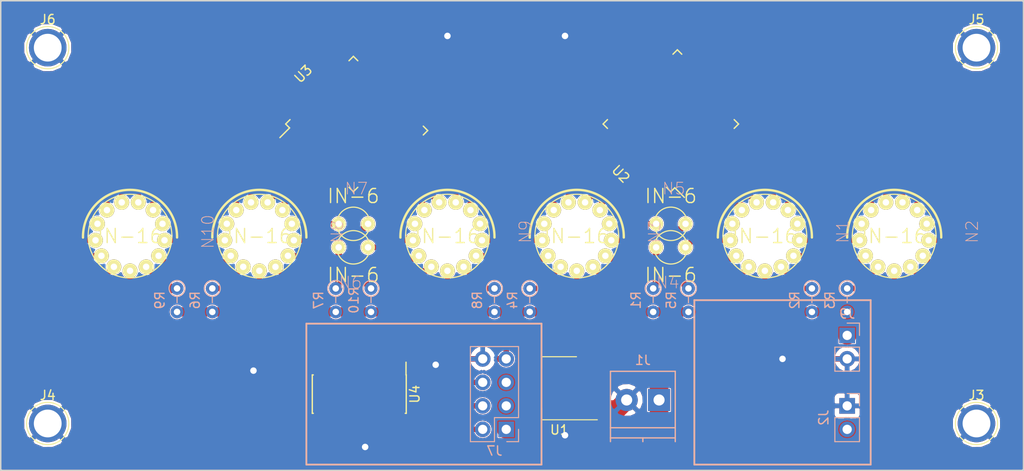
<source format=kicad_pcb>
(kicad_pcb (version 4) (host pcbnew 4.0.6)
  (title_block (title NixiESP16) (company "Lauri Võsandi"))
  (layers (0 F.Cu signal) (31 B.Cu signal) (34 B.Paste user) (35 F.Paste user) (36 B.SilkS user) (37 F.SilkS user) (38 B.Mask user) (39 F.Mask user) (44 Edge.Cuts user))
  (net 0 "")
  (net 1 "Net-(N1-Pad0)")
  (net 2 "Net-(N1-Pad1)")
  (net 3 "Net-(N1-Pad2)")
  (net 4 "Net-(N1-Pad3)")
  (net 5 "Net-(N1-Pad4)")
  (net 6 "Net-(N1-Pad5)")
  (net 7 "Net-(N1-Pad6)")
  (net 8 "Net-(N1-Pad7)")
  (net 9 "Net-(N1-Pad8)")
  (net 10 "Net-(N1-Pad9)")
  (net 11 "Net-(N2-Pad0)")
  (net 12 "Net-(N2-Pad1)")
  (net 13 "Net-(N2-Pad2)")
  (net 14 "Net-(N2-Pad3)")
  (net 15 "Net-(N2-Pad4)")
  (net 16 "Net-(N2-Pad5)")
  (net 17 "Net-(N2-Pad6)")
  (net 18 "Net-(N2-Pad7)")
  (net 19 "Net-(N2-Pad8)")
  (net 20 "Net-(N2-Pad9)")
  (net 21 "Net-(N3-Pad0)")
  (net 22 "Net-(N3-Pad1)")
  (net 23 "Net-(N3-Pad2)")
  (net 24 "Net-(N3-Pad3)")
  (net 25 "Net-(N3-Pad4)")
  (net 26 "Net-(N3-Pad5)")
  (net 27 "Net-(N3-Pad6)")
  (net 28 "Net-(N3-Pad7)")
  (net 29 "Net-(N3-Pad8)")
  (net 30 "Net-(N3-Pad9)")
  (net 31 "Net-(N1-PadA)")
  (net 32 "Net-(N2-PadA)")
  (net 33 "Net-(N3-PadA)")
  (net 34 "Net-(N4-PadA)")
  (net 35 "Net-(N4-PadK)")
  (net 36 "Net-(N5-PadA)")
  (net 37 "Net-(N5-PadK)")
  (net 38 "Net-(N6-PadA)")
  (net 39 "Net-(N6-PadK)")
  (net 40 "Net-(N7-PadA)")
  (net 41 "Net-(N7-PadK)")
  (net 42 "Net-(N8-Pad0)")
  (net 43 "Net-(N8-Pad1)")
  (net 44 "Net-(N8-Pad7)")
  (net 45 "Net-(N8-Pad3)")
  (net 46 "Net-(N8-Pad4)")
  (net 47 "Net-(N8-Pad5)")
  (net 48 "Net-(N8-Pad6)")
  (net 49 "Net-(N8-Pad2)")
  (net 50 "Net-(N8-Pad8)")
  (net 51 "Net-(N8-Pad9)")
  (net 52 "Net-(N8-PadA)")
  (net 53 "Net-(N9-Pad0)")
  (net 54 "Net-(N9-Pad1)")
  (net 55 "Net-(N9-Pad7)")
  (net 56 "Net-(N9-Pad3)")
  (net 57 "Net-(N9-Pad4)")
  (net 58 "Net-(N9-Pad5)")
  (net 59 "Net-(N9-Pad6)")
  (net 60 "Net-(N9-Pad2)")
  (net 61 "Net-(N9-Pad8)")
  (net 62 "Net-(N9-Pad9)")
  (net 63 "Net-(N9-PadA)")
  (net 64 "Net-(N10-Pad0)")
  (net 65 "Net-(N10-Pad1)")
  (net 66 "Net-(N10-Pad7)")
  (net 67 "Net-(N10-Pad3)")
  (net 68 "Net-(N10-Pad4)")
  (net 69 "Net-(N10-Pad5)")
  (net 70 "Net-(N10-Pad6)")
  (net 71 "Net-(N10-Pad2)")
  (net 72 "Net-(N10-Pad8)")
  (net 73 "Net-(N10-Pad9)")
  (net 74 "Net-(N10-PadA)")
  (net 75 GND)
  (net 76 +3V3)
  (net 77 +12V)
  (net 78 Dimming)
  (net 79 Latch)
  (net 80 +48V)
  (net 81 DataIn)
  (net 82 DataOut)
  (net 83 Clock)
  (net 84 Clock3v3)
  (net 85 Latch3v3)
  (net 86 DataIn3v3)
  (net 87 Dimming3v3)
  (module Socket_Strips:Socket_Strip_Straight_1x02_Pitch2.54mm (layer B.Cu) (at 139.7 128.905 180)
    (fp_text reference J2 (at 2.54 -1.27 270) (layer B.SilkS) (effects (justify mirror)))
    (fp_text value 12V)
    (pad 1 thru_hole rect (at 0 0 180) (size 1.7 1.7) (drill 1) (layers *.Cu *.Mask) (net 75 GND))
    (pad 2 thru_hole oval (at 0 -2.54 180) (size 1.7 1.7) (drill 1) (layers *.Cu *.Mask) (net 77 +12V))
  )
  (module Connectors_Terminal_Blocks:TerminalBlock_Pheonix_PT-3.5mm_2pol (layer B.Cu) (at 119.38 128.27 180)
    (fp_text reference J1 (at 1.75 4.3 180) (layer B.SilkS) (effects (justify mirror)))
    (fp_text value 12V)
    (pad 2 thru_hole circle (at 3.5 0 180) (size 2.4 2.4) (drill 1.2) (layers *.Cu *.Mask) (net 75 GND))
    (pad 1 thru_hole rect (at 0 0 180) (size 2.4 2.4) (drill 1.2) (layers *.Cu *.Mask) (net 77 +12V))
  )
  (module TO_SOT_Packages_SMD:SOT-223 (layer F.Cu) (at 108.61 127 180)
    (fp_text reference U1 (at 0 -4.5 180) (layer F.SilkS))
    (fp_text value AP111733)
    (pad 4 smd rect (at 3.15 0 180) (size 2 3.8) (layers F.Cu F.Paste F.Mask) (net 76 +3V3))
    (pad 2 smd rect (at -3.15 0 180) (size 2 1.5) (layers F.Cu F.Paste F.Mask) (net 76 +3V3))
    (pad 3 smd rect (at -3.15 2.3 180) (size 2 1.5) (layers F.Cu F.Paste F.Mask) (net 77 +12V))
    (pad 1 smd rect (at -3.15 -2.3 180) (size 2 1.5) (layers F.Cu F.Paste F.Mask) (net 75 GND))
  )
  (module Socket_Strips:Socket_Strip_Straight_2x04_Pitch2.54mm (layer B.Cu) (at 102.87 131.445)
    (fp_text reference J7 (at -1.27 2.33) (layer B.SilkS) (effects (justify mirror)))
    (fp_text value CONN_02X04)
    (pad 1 thru_hole rect (at 0 0) (size 1.7 1.7) (drill 1) (layers *.Cu *.Mask) (net 76 +3V3))
    (pad 2 thru_hole oval (at -2.54 0) (size 1.7 1.7) (drill 1) (layers *.Cu *.Mask) (net 84 Clock3v3))
    (pad 3 thru_hole oval (at 0 -2.54) (size 1.7 1.7) (drill 1) (layers *.Cu *.Mask) (net 76 +3V3))
    (pad 4 thru_hole oval (at -2.54 -2.54) (size 1.7 1.7) (drill 1) (layers *.Cu *.Mask) (net 86 DataIn3v3))
    (pad 5 thru_hole oval (at 0 -5.08) (size 1.7 1.7) (drill 1) (layers *.Cu *.Mask) (net 76 +3V3))
    (pad 6 thru_hole oval (at -2.54 -5.08) (size 1.7 1.7) (drill 1) (layers *.Cu *.Mask) (net 87 Dimming3v3))
    (pad 7 thru_hole oval (at 0 -7.62) (size 1.7 1.7) (drill 1) (layers *.Cu *.Mask) (net 85 Latch3v3))
    (pad 8 thru_hole oval (at -2.54 -7.62) (size 1.7 1.7) (drill 1) (layers *.Cu *.Mask) (net 75 GND))
  )
  (module Connectors:1pin (layer F.Cu) (at 153.67 90.17)
    (fp_text reference J5 (at 0 -3.048) (layer F.SilkS))
    (fp_text value M3)
    (pad 1 thru_hole circle (at 0 0) (size 4.064 4.064) (drill 3) (layers *.Cu *.Mask) (net 75 GND))
  )
  (module Connectors:1pin (layer F.Cu) (at 53.34 130.81)
    (fp_text reference J4 (at 0 -3.048) (layer F.SilkS))
    (fp_text value M2)
    (pad 1 thru_hole circle (at 0 0) (size 4.064 4.064) (drill 3) (layers *.Cu *.Mask) (net 75 GND))
  )
  (module Connectors:1pin (layer F.Cu) (at 153.67 130.81)
    (fp_text reference J3 (at 0 -3.048) (layer F.SilkS))
    (fp_text value M1)
    (pad 1 thru_hole circle (at 0 0) (size 4.064 4.064) (drill 3) (layers *.Cu *.Mask) (net 75 GND))
  )
  (module Connectors:1pin (layer F.Cu) (at 53.34 90.17)
    (fp_text reference J6 (at 0 -3.048) (layer F.SilkS))
    (fp_text value M4)
    (pad 1 thru_hole circle (at 0 0) (size 4.064 4.064) (drill 3) (layers *.Cu *.Mask) (net 75 GND))
  )
  (module Resistors_THT:R_Axial_DIN0204_L3.6mm_D1.6mm_P2.54mm_Vertical (layer B.Cu) (at 118.745 116.205 270)
    (fp_text reference R1 (at 1.27 1.86 270) (layer B.SilkS) (effects (justify mirror)))
    (fp_text value 270k)
    (pad 1 thru_hole circle (at 0 0 270) (size 1.4 1.4) (drill 0.7) (layers *.Cu *.Mask) (net 34 "Net-(N4-PadA)"))
    (pad 2 thru_hole oval (at 2.54 0 270) (size 1.4 1.4) (drill 0.7) (layers *.Cu *.Mask) (net 80 +48V))
  )
  (module Resistors_THT:R_Axial_DIN0204_L3.6mm_D1.6mm_P2.54mm_Vertical (layer B.Cu) (at 135.89 116.205 270)
    (fp_text reference R2 (at 1.27 1.86 270) (layer B.SilkS) (effects (justify mirror)))
    (fp_text value 10k)
    (pad 1 thru_hole circle (at 0 0 270) (size 1.4 1.4) (drill 0.7) (layers *.Cu *.Mask) (net 31 "Net-(N1-PadA)"))
    (pad 2 thru_hole oval (at 2.54 0 270) (size 1.4 1.4) (drill 0.7) (layers *.Cu *.Mask) (net 80 +48V))
  )
  (module Resistors_THT:R_Axial_DIN0204_L3.6mm_D1.6mm_P2.54mm_Vertical (layer B.Cu) (at 139.7 116.205 270)
    (fp_text reference R3 (at 1.27 1.86 270) (layer B.SilkS) (effects (justify mirror)))
    (fp_text value 10k)
    (pad 1 thru_hole circle (at 0 0 270) (size 1.4 1.4) (drill 0.7) (layers *.Cu *.Mask) (net 32 "Net-(N2-PadA)"))
    (pad 2 thru_hole oval (at 2.54 0 270) (size 1.4 1.4) (drill 0.7) (layers *.Cu *.Mask) (net 80 +48V))
  )
  (module Resistors_THT:R_Axial_DIN0204_L3.6mm_D1.6mm_P2.54mm_Vertical (layer B.Cu) (at 105.41 116.205 270)
    (fp_text reference R4 (at 1.27 1.86 270) (layer B.SilkS) (effects (justify mirror)))
    (fp_text value 10k)
    (pad 1 thru_hole circle (at 0 0 270) (size 1.4 1.4) (drill 0.7) (layers *.Cu *.Mask) (net 33 "Net-(N3-PadA)"))
    (pad 2 thru_hole oval (at 2.54 0 270) (size 1.4 1.4) (drill 0.7) (layers *.Cu *.Mask) (net 80 +48V))
  )
  (module Resistors_THT:R_Axial_DIN0204_L3.6mm_D1.6mm_P2.54mm_Vertical (layer B.Cu) (at 122.555 116.205 270)
    (fp_text reference R5 (at 1.27 1.86 270) (layer B.SilkS) (effects (justify mirror)))
    (fp_text value 270k)
    (pad 1 thru_hole circle (at 0 0 270) (size 1.4 1.4) (drill 0.7) (layers *.Cu *.Mask) (net 36 "Net-(N5-PadA)"))
    (pad 2 thru_hole oval (at 2.54 0 270) (size 1.4 1.4) (drill 0.7) (layers *.Cu *.Mask) (net 80 +48V))
  )
  (module Resistors_THT:R_Axial_DIN0204_L3.6mm_D1.6mm_P2.54mm_Vertical (layer B.Cu) (at 71.12 116.205 270)
    (fp_text reference R6 (at 1.27 1.86 270) (layer B.SilkS) (effects (justify mirror)))
    (fp_text value 10k)
    (pad 1 thru_hole circle (at 0 0 270) (size 1.4 1.4) (drill 0.7) (layers *.Cu *.Mask) (net 52 "Net-(N8-PadA)"))
    (pad 2 thru_hole oval (at 2.54 0 270) (size 1.4 1.4) (drill 0.7) (layers *.Cu *.Mask) (net 80 +48V))
  )
  (module Resistors_THT:R_Axial_DIN0204_L3.6mm_D1.6mm_P2.54mm_Vertical (layer B.Cu) (at 84.455 116.205 270)
    (fp_text reference R7 (at 1.27 1.86 270) (layer B.SilkS) (effects (justify mirror)))
    (fp_text value 270k)
    (pad 1 thru_hole circle (at 0 0 270) (size 1.4 1.4) (drill 0.7) (layers *.Cu *.Mask) (net 38 "Net-(N6-PadA)"))
    (pad 2 thru_hole oval (at 2.54 0 270) (size 1.4 1.4) (drill 0.7) (layers *.Cu *.Mask) (net 80 +48V))
  )
  (module Resistors_THT:R_Axial_DIN0204_L3.6mm_D1.6mm_P2.54mm_Vertical (layer B.Cu) (at 101.6 116.205 270)
    (fp_text reference R8 (at 1.27 1.86 270) (layer B.SilkS) (effects (justify mirror)))
    (fp_text value 10k)
    (pad 1 thru_hole circle (at 0 0 270) (size 1.4 1.4) (drill 0.7) (layers *.Cu *.Mask) (net 63 "Net-(N9-PadA)"))
    (pad 2 thru_hole oval (at 2.54 0 270) (size 1.4 1.4) (drill 0.7) (layers *.Cu *.Mask) (net 80 +48V))
  )
  (module Resistors_THT:R_Axial_DIN0204_L3.6mm_D1.6mm_P2.54mm_Vertical (layer B.Cu) (at 67.31 116.205 270)
    (fp_text reference R9 (at 1.27 1.86 270) (layer B.SilkS) (effects (justify mirror)))
    (fp_text value 10k)
    (pad 1 thru_hole circle (at 0 0 270) (size 1.4 1.4) (drill 0.7) (layers *.Cu *.Mask) (net 74 "Net-(N10-PadA)"))
    (pad 2 thru_hole oval (at 2.54 0 270) (size 1.4 1.4) (drill 0.7) (layers *.Cu *.Mask) (net 80 +48V))
  )
  (module Resistors_THT:R_Axial_DIN0204_L3.6mm_D1.6mm_P2.54mm_Vertical (layer B.Cu) (at 88.265 116.205 270)
    (fp_text reference R10 (at 1.27 1.86 270) (layer B.SilkS) (effects (justify mirror)))
    (fp_text value 270k)
    (pad 1 thru_hole circle (at 0 0 270) (size 1.4 1.4) (drill 0.7) (layers *.Cu *.Mask) (net 40 "Net-(N7-PadA)"))
    (pad 2 thru_hole oval (at 2.54 0 270) (size 1.4 1.4) (drill 0.7) (layers *.Cu *.Mask) (net 80 +48V))
  )
  (module Socket_Strips:Socket_Strip_Straight_1x02_Pitch2.54mm (layer B.Cu) (at 139.7 121.285 180)
    (fp_text reference J9 (at 0 2.33 180) (layer B.SilkS) (effects (justify mirror)))
    (fp_text value HV)
    (pad 1 thru_hole rect (at 0 0 180) (size 1.7 1.7) (drill 1) (layers *.Cu *.Mask) (net 80 +48V))
    (pad 2 thru_hole oval (at 0 -2.54 180) (size 1.7 1.7) (drill 1) (layers *.Cu *.Mask) (net 75 GND))
  )
  (module Housings_SOIC:SOIC-16_3.9x9.9mm_Pitch1.27mm (layer F.Cu) (at 86.995 127.635 270)
    (fp_text reference U4 (at 0 -6 270) (layer F.SilkS))
    (fp_text value CD4504B)
    (pad 1 smd rect (at -2.7 -4.445 270) (size 1.5 0.6) (layers F.Cu F.Paste F.Mask) (net 76 +3V3))
    (pad 2 smd rect (at -2.7 -3.175 270) (size 1.5 0.6) (layers F.Cu F.Paste F.Mask) (net 79 Latch))
    (pad 3 smd rect (at -2.7 -1.905 270) (size 1.5 0.6) (layers F.Cu F.Paste F.Mask) (net 85 Latch3v3))
    (pad 4 smd rect (at -2.7 -0.635 270) (size 1.5 0.6) (layers F.Cu F.Paste F.Mask) (net 78 Dimming))
    (pad 5 smd rect (at -2.7 0.635 270) (size 1.5 0.6) (layers F.Cu F.Paste F.Mask) (net 87 Dimming3v3))
    (pad 6 smd rect (at -2.7 1.905 270) (size 1.5 0.6) (layers F.Cu F.Paste F.Mask) (net 81 DataIn))
    (pad 7 smd rect (at -2.7 3.175 270) (size 1.5 0.6) (layers F.Cu F.Paste F.Mask) (net 86 DataIn3v3))
    (pad 8 smd rect (at -2.7 4.445 270) (size 1.5 0.6) (layers F.Cu F.Paste F.Mask) (net 75 GND))
    (pad 9 smd rect (at 2.7 4.445 270) (size 1.5 0.6) (layers F.Cu F.Paste F.Mask) (net 84 Clock3v3))
    (pad 10 smd rect (at 2.7 3.175 270) (size 1.5 0.6) (layers F.Cu F.Paste F.Mask) (net 83 Clock))
    (pad 11 smd rect (at 2.7 1.905 270) (size 1.5 0.6) (layers F.Cu F.Paste F.Mask))
    (pad 12 smd rect (at 2.7 0.635 270) (size 1.5 0.6) (layers F.Cu F.Paste F.Mask))
    (pad 13 smd rect (at 2.7 -0.635 270) (size 1.5 0.6) (layers F.Cu F.Paste F.Mask) (net 75 GND))
    (pad 14 smd rect (at 2.7 -1.905 270) (size 1.5 0.6) (layers F.Cu F.Paste F.Mask))
    (pad 15 smd rect (at 2.7 -3.175 270) (size 1.5 0.6) (layers F.Cu F.Paste F.Mask))
    (pad 16 smd rect (at 2.7 -4.445 270) (size 1.5 0.6) (layers F.Cu F.Paste F.Mask) (net 77 +12V))
  )
  (module nixiesp:russian-nixies-IN-16 (layer F.Cu) (at 130.81 110.54588)
    (fp_text reference N1 (at 8.41248 -0.47498 90) (layer B.SilkS) (effects (font (size 1.27 1.27) (thickness 0.0889))))
    (fp_text value IN-16 (at 0 0) (layer F.SilkS))
    (pad 0 thru_hole circle (at -1.74244 3.32232) (size 1.6 1.6) (drill 0.7) (layers *.Cu F.Paste F.SilkS F.Mask) (net 1 "Net-(N1-Pad0)"))
    (pad 1 thru_hole circle (at 1.74244 3.32232) (size 1.6 1.6) (drill 0.7) (layers *.Cu F.Paste F.SilkS F.Mask) (net 2 "Net-(N1-Pad1)"))
    (pad 7 thru_hole circle (at -2.4892 -2.80924) (size 1.6 1.6) (drill 0.7) (layers *.Cu F.Paste F.SilkS F.Mask) (net 8 "Net-(N1-Pad7)"))
    (pad 3 thru_hole circle (at 3.72618 0.45212) (size 1.6 1.6) (drill 0.7) (layers *.Cu F.Paste F.SilkS F.Mask) (net 4 "Net-(N1-Pad3)"))
    (pad 4 thru_hole circle (at 2.4892 -2.80924) (size 1.6 1.6) (drill 0.7) (layers *.Cu F.Paste F.SilkS F.Mask) (net 5 "Net-(N1-Pad4)"))
    (pad 5 thru_hole circle (at 0.89662 -3.6449) (size 1.6 1.6) (drill 0.7) (layers *.Cu F.Paste F.SilkS F.Mask) (net 6 "Net-(N1-Pad5)"))
    (pad 6 thru_hole circle (at -0.89662 -3.6449) (size 1.6 1.6) (drill 0.7) (layers *.Cu F.Paste F.SilkS F.Mask) (net 7 "Net-(N1-Pad6)"))
    (pad 2 thru_hole circle (at 3.08864 2.13106) (size 1.6 1.6) (drill 0.7) (layers *.Cu F.Paste F.SilkS F.Mask) (net 3 "Net-(N1-Pad2)"))
    (pad 8 thru_hole circle (at -3.72618 0.45212) (size 1.6 1.6) (drill 0.7) (layers *.Cu F.Paste F.SilkS F.Mask) (net 9 "Net-(N1-Pad8)"))
    (pad 9 thru_hole circle (at -3.08864 2.13106) (size 1.6 1.6) (drill 0.7) (layers *.Cu F.Paste F.SilkS F.Mask) (net 10 "Net-(N1-Pad9)"))
    (pad A thru_hole circle (at 0 3.75412) (size 1.6 1.6) (drill 0.7) (layers *.Cu F.Paste F.SilkS F.Mask) (net 31 "Net-(N1-PadA)"))
    (pad LHDP thru_hole circle (at -3.51028 -1.33096) (size 1.6 1.6) (drill 0.7) (layers *.Cu F.Paste F.SilkS F.Mask))
    (pad RHDP thru_hole circle (at 3.51028 -1.33096) (size 1.6 1.6) (drill 0.7) (layers *.Cu F.Paste F.SilkS F.Mask))
  )
  (module nixiesp:russian-nixies-IN-16 (layer F.Cu) (at 144.78 110.54588)
    (fp_text reference N2 (at 8.41248 -0.47498 90) (layer B.SilkS) (effects (font (size 1.27 1.27) (thickness 0.0889))))
    (fp_text value IN-16 (at 0 0) (layer F.SilkS))
    (pad 0 thru_hole circle (at -1.74244 3.32232) (size 1.6 1.6) (drill 0.7) (layers *.Cu F.Paste F.SilkS F.Mask) (net 11 "Net-(N2-Pad0)"))
    (pad 1 thru_hole circle (at 1.74244 3.32232) (size 1.6 1.6) (drill 0.7) (layers *.Cu F.Paste F.SilkS F.Mask) (net 12 "Net-(N2-Pad1)"))
    (pad 7 thru_hole circle (at -2.4892 -2.80924) (size 1.6 1.6) (drill 0.7) (layers *.Cu F.Paste F.SilkS F.Mask) (net 18 "Net-(N2-Pad7)"))
    (pad 3 thru_hole circle (at 3.72618 0.45212) (size 1.6 1.6) (drill 0.7) (layers *.Cu F.Paste F.SilkS F.Mask) (net 14 "Net-(N2-Pad3)"))
    (pad 4 thru_hole circle (at 2.4892 -2.80924) (size 1.6 1.6) (drill 0.7) (layers *.Cu F.Paste F.SilkS F.Mask) (net 15 "Net-(N2-Pad4)"))
    (pad 5 thru_hole circle (at 0.89662 -3.6449) (size 1.6 1.6) (drill 0.7) (layers *.Cu F.Paste F.SilkS F.Mask) (net 16 "Net-(N2-Pad5)"))
    (pad 6 thru_hole circle (at -0.89662 -3.6449) (size 1.6 1.6) (drill 0.7) (layers *.Cu F.Paste F.SilkS F.Mask) (net 17 "Net-(N2-Pad6)"))
    (pad 2 thru_hole circle (at 3.08864 2.13106) (size 1.6 1.6) (drill 0.7) (layers *.Cu F.Paste F.SilkS F.Mask) (net 13 "Net-(N2-Pad2)"))
    (pad 8 thru_hole circle (at -3.72618 0.45212) (size 1.6 1.6) (drill 0.7) (layers *.Cu F.Paste F.SilkS F.Mask) (net 19 "Net-(N2-Pad8)"))
    (pad 9 thru_hole circle (at -3.08864 2.13106) (size 1.6 1.6) (drill 0.7) (layers *.Cu F.Paste F.SilkS F.Mask) (net 20 "Net-(N2-Pad9)"))
    (pad A thru_hole circle (at 0 3.75412) (size 1.6 1.6) (drill 0.7) (layers *.Cu F.Paste F.SilkS F.Mask) (net 32 "Net-(N2-PadA)"))
    (pad LHDP thru_hole circle (at -3.51028 -1.33096) (size 1.6 1.6) (drill 0.7) (layers *.Cu F.Paste F.SilkS F.Mask))
    (pad RHDP thru_hole circle (at 3.51028 -1.33096) (size 1.6 1.6) (drill 0.7) (layers *.Cu F.Paste F.SilkS F.Mask))
  )
  (module nixiesp:russian-nixies-IN-16 (layer F.Cu) (at 110.49 110.54588)
    (fp_text reference N3 (at 8.41248 -0.47498 90) (layer B.SilkS) (effects (font (size 1.27 1.27) (thickness 0.0889))))
    (fp_text value IN-16 (at 0 0) (layer F.SilkS))
    (pad 0 thru_hole circle (at -1.74244 3.32232) (size 1.6 1.6) (drill 0.7) (layers *.Cu F.Paste F.SilkS F.Mask) (net 21 "Net-(N3-Pad0)"))
    (pad 1 thru_hole circle (at 1.74244 3.32232) (size 1.6 1.6) (drill 0.7) (layers *.Cu F.Paste F.SilkS F.Mask) (net 22 "Net-(N3-Pad1)"))
    (pad 7 thru_hole circle (at -2.4892 -2.80924) (size 1.6 1.6) (drill 0.7) (layers *.Cu F.Paste F.SilkS F.Mask) (net 28 "Net-(N3-Pad7)"))
    (pad 3 thru_hole circle (at 3.72618 0.45212) (size 1.6 1.6) (drill 0.7) (layers *.Cu F.Paste F.SilkS F.Mask) (net 24 "Net-(N3-Pad3)"))
    (pad 4 thru_hole circle (at 2.4892 -2.80924) (size 1.6 1.6) (drill 0.7) (layers *.Cu F.Paste F.SilkS F.Mask) (net 25 "Net-(N3-Pad4)"))
    (pad 5 thru_hole circle (at 0.89662 -3.6449) (size 1.6 1.6) (drill 0.7) (layers *.Cu F.Paste F.SilkS F.Mask) (net 26 "Net-(N3-Pad5)"))
    (pad 6 thru_hole circle (at -0.89662 -3.6449) (size 1.6 1.6) (drill 0.7) (layers *.Cu F.Paste F.SilkS F.Mask) (net 27 "Net-(N3-Pad6)"))
    (pad 2 thru_hole circle (at 3.08864 2.13106) (size 1.6 1.6) (drill 0.7) (layers *.Cu F.Paste F.SilkS F.Mask) (net 23 "Net-(N3-Pad2)"))
    (pad 8 thru_hole circle (at -3.72618 0.45212) (size 1.6 1.6) (drill 0.7) (layers *.Cu F.Paste F.SilkS F.Mask) (net 29 "Net-(N3-Pad8)"))
    (pad 9 thru_hole circle (at -3.08864 2.13106) (size 1.6 1.6) (drill 0.7) (layers *.Cu F.Paste F.SilkS F.Mask) (net 30 "Net-(N3-Pad9)"))
    (pad A thru_hole circle (at 0 3.75412) (size 1.6 1.6) (drill 0.7) (layers *.Cu F.Paste F.SilkS F.Mask) (net 33 "Net-(N3-PadA)"))
    (pad LHDP thru_hole circle (at -3.51028 -1.33096) (size 1.6 1.6) (drill 0.7) (layers *.Cu F.Paste F.SilkS F.Mask))
    (pad RHDP thru_hole circle (at 3.51028 -1.33096) (size 1.6 1.6) (drill 0.7) (layers *.Cu F.Paste F.SilkS F.Mask))
  )
  (module nixiesp:russian-nixies-IN-6 (layer F.Cu) (at 120.65 111.76)
    (fp_text reference N4 (at -0.3175 3.81 180) (layer B.SilkS) (effects (font (size 1.27 1.27) (thickness 0.0889))))
    (fp_text value IN-6 (at 0 3) (layer F.SilkS))
    (pad A thru_hole circle (at -1.5875 0) (size 1.5 1.5) (drill 0.7) (layers *.Cu F.Paste F.SilkS F.Mask) (net 34 "Net-(N4-PadA)"))
    (pad K thru_hole circle (at 1.58496 0) (size 1.5 1.5) (drill 0.7) (layers *.Cu F.Paste F.SilkS F.Mask) (net 35 "Net-(N4-PadK)"))
  )
  (module nixiesp:russian-nixies-IN-6 (layer F.Cu) (at 120.65254 109.22 180)
    (fp_text reference N5 (at -0.3175 3.81 360) (layer B.SilkS) (effects (font (size 1.27 1.27) (thickness 0.0889))))
    (fp_text value IN-6 (at 0 3 180) (layer F.SilkS))
    (pad A thru_hole circle (at -1.5875 0 180) (size 1.5 1.5) (drill 0.7) (layers *.Cu F.Paste F.SilkS F.Mask) (net 36 "Net-(N5-PadA)"))
    (pad K thru_hole circle (at 1.58496 0 180) (size 1.5 1.5) (drill 0.7) (layers *.Cu F.Paste F.SilkS F.Mask) (net 37 "Net-(N5-PadK)"))
  )
  (module nixiesp:russian-nixies-IN-6 (layer F.Cu) (at 86.36 111.76)
    (fp_text reference N6 (at -0.3175 3.81 180) (layer B.SilkS) (effects (font (size 1.27 1.27) (thickness 0.0889))))
    (fp_text value IN-6 (at 0 3) (layer F.SilkS))
    (pad A thru_hole circle (at -1.5875 0) (size 1.5 1.5) (drill 0.7) (layers *.Cu F.Paste F.SilkS F.Mask) (net 38 "Net-(N6-PadA)"))
    (pad K thru_hole circle (at 1.58496 0) (size 1.5 1.5) (drill 0.7) (layers *.Cu F.Paste F.SilkS F.Mask) (net 39 "Net-(N6-PadK)"))
  )
  (module nixiesp:russian-nixies-IN-6 (layer F.Cu) (at 86.36 109.22 180)
    (fp_text reference N7 (at -0.3175 3.81 360) (layer B.SilkS) (effects (font (size 1.27 1.27) (thickness 0.0889))))
    (fp_text value IN-6 (at 0 3 180) (layer F.SilkS))
    (pad A thru_hole circle (at -1.5875 0 180) (size 1.5 1.5) (drill 0.7) (layers *.Cu F.Paste F.SilkS F.Mask) (net 40 "Net-(N7-PadA)"))
    (pad K thru_hole circle (at 1.58496 0 180) (size 1.5 1.5) (drill 0.7) (layers *.Cu F.Paste F.SilkS F.Mask) (net 41 "Net-(N7-PadK)"))
  )
  (module nixiesp:russian-nixies-IN-16 (layer F.Cu) (at 76.2 110.546)
    (fp_text reference N8 (at 8.41248 -0.47498 90) (layer B.SilkS) (effects (font (size 1.27 1.27) (thickness 0.0889))))
    (fp_text value IN-16 (at 0 0) (layer F.SilkS))
    (pad 0 thru_hole circle (at -1.74244 3.32232) (size 1.6 1.6) (drill 0.7) (layers *.Cu F.Paste F.SilkS F.Mask) (net 42 "Net-(N8-Pad0)"))
    (pad 1 thru_hole circle (at 1.74244 3.32232) (size 1.6 1.6) (drill 0.7) (layers *.Cu F.Paste F.SilkS F.Mask) (net 43 "Net-(N8-Pad1)"))
    (pad 7 thru_hole circle (at -2.4892 -2.80924) (size 1.6 1.6) (drill 0.7) (layers *.Cu F.Paste F.SilkS F.Mask) (net 44 "Net-(N8-Pad7)"))
    (pad 3 thru_hole circle (at 3.72618 0.45212) (size 1.6 1.6) (drill 0.7) (layers *.Cu F.Paste F.SilkS F.Mask) (net 45 "Net-(N8-Pad3)"))
    (pad 4 thru_hole circle (at 2.4892 -2.80924) (size 1.6 1.6) (drill 0.7) (layers *.Cu F.Paste F.SilkS F.Mask) (net 46 "Net-(N8-Pad4)"))
    (pad 5 thru_hole circle (at 0.89662 -3.6449) (size 1.6 1.6) (drill 0.7) (layers *.Cu F.Paste F.SilkS F.Mask) (net 47 "Net-(N8-Pad5)"))
    (pad 6 thru_hole circle (at -0.89662 -3.6449) (size 1.6 1.6) (drill 0.7) (layers *.Cu F.Paste F.SilkS F.Mask) (net 48 "Net-(N8-Pad6)"))
    (pad 2 thru_hole circle (at 3.08864 2.13106) (size 1.6 1.6) (drill 0.7) (layers *.Cu F.Paste F.SilkS F.Mask) (net 49 "Net-(N8-Pad2)"))
    (pad 8 thru_hole circle (at -3.72618 0.45212) (size 1.6 1.6) (drill 0.7) (layers *.Cu F.Paste F.SilkS F.Mask) (net 50 "Net-(N8-Pad8)"))
    (pad 9 thru_hole circle (at -3.08864 2.13106) (size 1.6 1.6) (drill 0.7) (layers *.Cu F.Paste F.SilkS F.Mask) (net 51 "Net-(N8-Pad9)"))
    (pad A thru_hole circle (at 0 3.75412) (size 1.6 1.6) (drill 0.7) (layers *.Cu F.Paste F.SilkS F.Mask) (net 52 "Net-(N8-PadA)"))
    (pad LHDP thru_hole circle (at -3.51028 -1.33096) (size 1.6 1.6) (drill 0.7) (layers *.Cu F.Paste F.SilkS F.Mask))
    (pad RHDP thru_hole circle (at 3.51028 -1.33096) (size 1.6 1.6) (drill 0.7) (layers *.Cu F.Paste F.SilkS F.Mask))
  )
  (module nixiesp:russian-nixies-IN-16 (layer F.Cu) (at 96.52 110.546)
    (fp_text reference N9 (at 8.41248 -0.47498 90) (layer B.SilkS) (effects (font (size 1.27 1.27) (thickness 0.0889))))
    (fp_text value IN-16 (at 0 0) (layer F.SilkS))
    (pad 0 thru_hole circle (at -1.74244 3.32232) (size 1.6 1.6) (drill 0.7) (layers *.Cu F.Paste F.SilkS F.Mask) (net 53 "Net-(N9-Pad0)"))
    (pad 1 thru_hole circle (at 1.74244 3.32232) (size 1.6 1.6) (drill 0.7) (layers *.Cu F.Paste F.SilkS F.Mask) (net 54 "Net-(N9-Pad1)"))
    (pad 7 thru_hole circle (at -2.4892 -2.80924) (size 1.6 1.6) (drill 0.7) (layers *.Cu F.Paste F.SilkS F.Mask) (net 55 "Net-(N9-Pad7)"))
    (pad 3 thru_hole circle (at 3.72618 0.45212) (size 1.6 1.6) (drill 0.7) (layers *.Cu F.Paste F.SilkS F.Mask) (net 56 "Net-(N9-Pad3)"))
    (pad 4 thru_hole circle (at 2.4892 -2.80924) (size 1.6 1.6) (drill 0.7) (layers *.Cu F.Paste F.SilkS F.Mask) (net 57 "Net-(N9-Pad4)"))
    (pad 5 thru_hole circle (at 0.89662 -3.6449) (size 1.6 1.6) (drill 0.7) (layers *.Cu F.Paste F.SilkS F.Mask) (net 58 "Net-(N9-Pad5)"))
    (pad 6 thru_hole circle (at -0.89662 -3.6449) (size 1.6 1.6) (drill 0.7) (layers *.Cu F.Paste F.SilkS F.Mask) (net 59 "Net-(N9-Pad6)"))
    (pad 2 thru_hole circle (at 3.08864 2.13106) (size 1.6 1.6) (drill 0.7) (layers *.Cu F.Paste F.SilkS F.Mask) (net 60 "Net-(N9-Pad2)"))
    (pad 8 thru_hole circle (at -3.72618 0.45212) (size 1.6 1.6) (drill 0.7) (layers *.Cu F.Paste F.SilkS F.Mask) (net 61 "Net-(N9-Pad8)"))
    (pad 9 thru_hole circle (at -3.08864 2.13106) (size 1.6 1.6) (drill 0.7) (layers *.Cu F.Paste F.SilkS F.Mask) (net 62 "Net-(N9-Pad9)"))
    (pad A thru_hole circle (at 0 3.75412) (size 1.6 1.6) (drill 0.7) (layers *.Cu F.Paste F.SilkS F.Mask) (net 63 "Net-(N9-PadA)"))
    (pad LHDP thru_hole circle (at -3.51028 -1.33096) (size 1.6 1.6) (drill 0.7) (layers *.Cu F.Paste F.SilkS F.Mask))
    (pad RHDP thru_hole circle (at 3.51028 -1.33096) (size 1.6 1.6) (drill 0.7) (layers *.Cu F.Paste F.SilkS F.Mask))
  )
  (module nixiesp:russian-nixies-IN-16 (layer F.Cu) (at 62.23 110.54588)
    (fp_text reference N10 (at 8.41248 -0.47498 90) (layer B.SilkS) (effects (font (size 1.27 1.27) (thickness 0.0889))))
    (fp_text value IN-16 (at 0 0) (layer F.SilkS))
    (pad 0 thru_hole circle (at -1.74244 3.32232) (size 1.6 1.6) (drill 0.7) (layers *.Cu F.Paste F.SilkS F.Mask) (net 64 "Net-(N10-Pad0)"))
    (pad 1 thru_hole circle (at 1.74244 3.32232) (size 1.6 1.6) (drill 0.7) (layers *.Cu F.Paste F.SilkS F.Mask) (net 65 "Net-(N10-Pad1)"))
    (pad 7 thru_hole circle (at -2.4892 -2.80924) (size 1.6 1.6) (drill 0.7) (layers *.Cu F.Paste F.SilkS F.Mask) (net 66 "Net-(N10-Pad7)"))
    (pad 3 thru_hole circle (at 3.72618 0.45212) (size 1.6 1.6) (drill 0.7) (layers *.Cu F.Paste F.SilkS F.Mask) (net 67 "Net-(N10-Pad3)"))
    (pad 4 thru_hole circle (at 2.4892 -2.80924) (size 1.6 1.6) (drill 0.7) (layers *.Cu F.Paste F.SilkS F.Mask) (net 68 "Net-(N10-Pad4)"))
    (pad 5 thru_hole circle (at 0.89662 -3.6449) (size 1.6 1.6) (drill 0.7) (layers *.Cu F.Paste F.SilkS F.Mask) (net 69 "Net-(N10-Pad5)"))
    (pad 6 thru_hole circle (at -0.89662 -3.6449) (size 1.6 1.6) (drill 0.7) (layers *.Cu F.Paste F.SilkS F.Mask) (net 70 "Net-(N10-Pad6)"))
    (pad 2 thru_hole circle (at 3.08864 2.13106) (size 1.6 1.6) (drill 0.7) (layers *.Cu F.Paste F.SilkS F.Mask) (net 71 "Net-(N10-Pad2)"))
    (pad 8 thru_hole circle (at -3.72618 0.45212) (size 1.6 1.6) (drill 0.7) (layers *.Cu F.Paste F.SilkS F.Mask) (net 72 "Net-(N10-Pad8)"))
    (pad 9 thru_hole circle (at -3.08864 2.13106) (size 1.6 1.6) (drill 0.7) (layers *.Cu F.Paste F.SilkS F.Mask) (net 73 "Net-(N10-Pad9)"))
    (pad A thru_hole circle (at 0 3.75412) (size 1.6 1.6) (drill 0.7) (layers *.Cu F.Paste F.SilkS F.Mask) (net 74 "Net-(N10-PadA)"))
    (pad LHDP thru_hole circle (at -3.51028 -1.33096) (size 1.6 1.6) (drill 0.7) (layers *.Cu F.Paste F.SilkS F.Mask))
    (pad RHDP thru_hole circle (at 3.51028 -1.33096) (size 1.6 1.6) (drill 0.7) (layers *.Cu F.Paste F.SilkS F.Mask))
  )
  (module nixiesp:PQFP-44_10x10mm_Pitch0.8mm (layer F.Cu) (at 120.65 98.425 135)
    (fp_text reference U2 (at 0 -7.65 135) (layer F.SilkS))
    (fp_text value HV5530)
    (pad 1 smd rect (at -7 -4 135) (size 2 0.75) (layers F.Cu F.Paste F.Mask) (net 35 "Net-(N4-PadK)"))
    (pad 2 smd rect (at -7 -3.2 135) (size 2 0.75) (layers F.Cu F.Paste F.Mask) (net 1 "Net-(N1-Pad0)"))
    (pad 3 smd rect (at -7 -2.4 135) (size 2 0.75) (layers F.Cu F.Paste F.Mask) (net 10 "Net-(N1-Pad9)"))
    (pad 4 smd rect (at -7 -1.6 135) (size 2 0.75) (layers F.Cu F.Paste F.Mask) (net 9 "Net-(N1-Pad8)"))
    (pad 5 smd rect (at -7 -0.8 135) (size 2 0.75) (layers F.Cu F.Paste F.Mask) (net 8 "Net-(N1-Pad7)"))
    (pad 6 smd rect (at -7 0 135) (size 2 0.75) (layers F.Cu F.Paste F.Mask) (net 7 "Net-(N1-Pad6)"))
    (pad 7 smd rect (at -7 0.8 135) (size 2 0.75) (layers F.Cu F.Paste F.Mask) (net 6 "Net-(N1-Pad5)"))
    (pad 8 smd rect (at -7 1.6 135) (size 2 0.75) (layers F.Cu F.Paste F.Mask) (net 5 "Net-(N1-Pad4)"))
    (pad 9 smd rect (at -7 2.4 135) (size 2 0.75) (layers F.Cu F.Paste F.Mask) (net 4 "Net-(N1-Pad3)"))
    (pad 10 smd rect (at -7 3.2 135) (size 2 0.75) (layers F.Cu F.Paste F.Mask) (net 3 "Net-(N1-Pad2)"))
    (pad 11 smd rect (at -7 4 135) (size 2 0.75) (layers F.Cu F.Paste F.Mask) (net 2 "Net-(N1-Pad1)"))
    (pad 12 smd rect (at -4 7 225) (size 2 0.75) (layers F.Cu F.Paste F.Mask) (net 11 "Net-(N2-Pad0)"))
    (pad 13 smd rect (at -3.2 7 225) (size 2 0.75) (layers F.Cu F.Paste F.Mask) (net 20 "Net-(N2-Pad9)"))
    (pad 14 smd rect (at -2.4 7 225) (size 2 0.75) (layers F.Cu F.Paste F.Mask) (net 19 "Net-(N2-Pad8)"))
    (pad 15 smd rect (at -1.6 7 225) (size 2 0.75) (layers F.Cu F.Paste F.Mask) (net 18 "Net-(N2-Pad7)"))
    (pad 16 smd rect (at -0.8 7 225) (size 2 0.75) (layers F.Cu F.Paste F.Mask) (net 17 "Net-(N2-Pad6)"))
    (pad 17 smd rect (at 0 7 225) (size 2 0.75) (layers F.Cu F.Paste F.Mask) (net 16 "Net-(N2-Pad5)"))
    (pad 18 smd rect (at 0.8 7 225) (size 2 0.75) (layers F.Cu F.Paste F.Mask) (net 15 "Net-(N2-Pad4)"))
    (pad 19 smd rect (at 1.6 7 225) (size 2 0.75) (layers F.Cu F.Paste F.Mask) (net 14 "Net-(N2-Pad3)"))
    (pad 20 smd rect (at 2.4 7 225) (size 2 0.75) (layers F.Cu F.Paste F.Mask) (net 13 "Net-(N2-Pad2)"))
    (pad 21 smd rect (at 3.2 7 225) (size 2 0.75) (layers F.Cu F.Paste F.Mask) (net 12 "Net-(N2-Pad1)"))
    (pad 22 smd rect (at 4 7 225) (size 2 0.75) (layers F.Cu F.Paste F.Mask))
    (pad 23 smd rect (at 7 4 135) (size 2 0.75) (layers F.Cu F.Paste F.Mask))
    (pad 24 smd rect (at 7 3.2 135) (size 2 0.75) (layers F.Cu F.Paste F.Mask))
    (pad 25 smd rect (at 7 2.4 135) (size 2 0.75) (layers F.Cu F.Paste F.Mask))
    (pad 26 smd rect (at 7 1.6 135) (size 2 0.75) (layers F.Cu F.Paste F.Mask))
    (pad 27 smd rect (at 7 0.8 135) (size 2 0.75) (layers F.Cu F.Paste F.Mask) (net 77 +12V))
    (pad 28 smd rect (at 7 0 135) (size 2 0.75) (layers F.Cu F.Paste F.Mask) (net 83 Clock))
    (pad 29 smd rect (at 7 -0.8 135) (size 2 0.75) (layers F.Cu F.Paste F.Mask) (net 75 GND))
    (pad 30 smd rect (at 7 -1.6 135) (size 2 0.75) (layers F.Cu F.Paste F.Mask) (net 77 +12V))
    (pad 31 smd rect (at 7 -2.4 135) (size 2 0.75) (layers F.Cu F.Paste F.Mask) (net 79 Latch))
    (pad 32 smd rect (at 7 -3.2 135) (size 2 0.75) (layers F.Cu F.Paste F.Mask) (net 82 DataOut))
    (pad 33 smd rect (at 7 -4 135) (size 2 0.75) (layers F.Cu F.Paste F.Mask) (net 78 Dimming))
    (pad 34 smd rect (at 4 -7 225) (size 2 0.75) (layers F.Cu F.Paste F.Mask) (net 21 "Net-(N3-Pad0)"))
    (pad 35 smd rect (at 3.2 -7 225) (size 2 0.75) (layers F.Cu F.Paste F.Mask) (net 30 "Net-(N3-Pad9)"))
    (pad 36 smd rect (at 2.4 -7 225) (size 2 0.75) (layers F.Cu F.Paste F.Mask) (net 29 "Net-(N3-Pad8)"))
    (pad 37 smd rect (at 1.6 -7 225) (size 2 0.75) (layers F.Cu F.Paste F.Mask) (net 28 "Net-(N3-Pad7)"))
    (pad 38 smd rect (at 0.8 -7 225) (size 2 0.75) (layers F.Cu F.Paste F.Mask) (net 27 "Net-(N3-Pad6)"))
    (pad 39 smd rect (at 0 -7 225) (size 2 0.75) (layers F.Cu F.Paste F.Mask) (net 26 "Net-(N3-Pad5)"))
    (pad 40 smd rect (at -0.8 -7 225) (size 2 0.75) (layers F.Cu F.Paste F.Mask) (net 25 "Net-(N3-Pad4)"))
    (pad 41 smd rect (at -1.6 -7 225) (size 2 0.75) (layers F.Cu F.Paste F.Mask) (net 24 "Net-(N3-Pad3)"))
    (pad 42 smd rect (at -2.4 -7 225) (size 2 0.75) (layers F.Cu F.Paste F.Mask) (net 23 "Net-(N3-Pad2)"))
    (pad 43 smd rect (at -3.2 -7 225) (size 2 0.75) (layers F.Cu F.Paste F.Mask) (net 22 "Net-(N3-Pad1)"))
    (pad 44 smd rect (at -4 -7 225) (size 2 0.75) (layers F.Cu F.Paste F.Mask) (net 37 "Net-(N5-PadK)"))
  )
  (module nixiesp:PQFP-44_10x10mm_Pitch0.8mm (layer F.Cu) (at 86.36 98.425 45)
    (fp_text reference U3 (at 0 -7.65 45) (layer F.SilkS))
    (fp_text value HV5530)
    (pad 1 smd rect (at -7 -4 45) (size 2 0.75) (layers F.Cu F.Paste F.Mask) (net 42 "Net-(N8-Pad0)"))
    (pad 2 smd rect (at -7 -3.2 45) (size 2 0.75) (layers F.Cu F.Paste F.Mask) (net 51 "Net-(N8-Pad9)"))
    (pad 3 smd rect (at -7 -2.4 45) (size 2 0.75) (layers F.Cu F.Paste F.Mask) (net 50 "Net-(N8-Pad8)"))
    (pad 4 smd rect (at -7 -1.6 45) (size 2 0.75) (layers F.Cu F.Paste F.Mask) (net 44 "Net-(N8-Pad7)"))
    (pad 5 smd rect (at -7 -0.8 45) (size 2 0.75) (layers F.Cu F.Paste F.Mask) (net 48 "Net-(N8-Pad6)"))
    (pad 6 smd rect (at -7 0 45) (size 2 0.75) (layers F.Cu F.Paste F.Mask) (net 47 "Net-(N8-Pad5)"))
    (pad 7 smd rect (at -7 0.8 45) (size 2 0.75) (layers F.Cu F.Paste F.Mask) (net 46 "Net-(N8-Pad4)"))
    (pad 8 smd rect (at -7 1.6 45) (size 2 0.75) (layers F.Cu F.Paste F.Mask) (net 45 "Net-(N8-Pad3)"))
    (pad 9 smd rect (at -7 2.4 45) (size 2 0.75) (layers F.Cu F.Paste F.Mask) (net 49 "Net-(N8-Pad2)"))
    (pad 10 smd rect (at -7 3.2 45) (size 2 0.75) (layers F.Cu F.Paste F.Mask) (net 43 "Net-(N8-Pad1)"))
    (pad 11 smd rect (at -7 4 45) (size 2 0.75) (layers F.Cu F.Paste F.Mask) (net 41 "Net-(N7-PadK)"))
    (pad 12 smd rect (at -4 7 135) (size 2 0.75) (layers F.Cu F.Paste F.Mask) (net 39 "Net-(N6-PadK)"))
    (pad 13 smd rect (at -3.2 7 135) (size 2 0.75) (layers F.Cu F.Paste F.Mask) (net 53 "Net-(N9-Pad0)"))
    (pad 14 smd rect (at -2.4 7 135) (size 2 0.75) (layers F.Cu F.Paste F.Mask) (net 62 "Net-(N9-Pad9)"))
    (pad 15 smd rect (at -1.6 7 135) (size 2 0.75) (layers F.Cu F.Paste F.Mask) (net 61 "Net-(N9-Pad8)"))
    (pad 16 smd rect (at -0.8 7 135) (size 2 0.75) (layers F.Cu F.Paste F.Mask) (net 55 "Net-(N9-Pad7)"))
    (pad 17 smd rect (at 0 7 135) (size 2 0.75) (layers F.Cu F.Paste F.Mask) (net 59 "Net-(N9-Pad6)"))
    (pad 18 smd rect (at 0.8 7 135) (size 2 0.75) (layers F.Cu F.Paste F.Mask) (net 58 "Net-(N9-Pad5)"))
    (pad 19 smd rect (at 1.6 7 135) (size 2 0.75) (layers F.Cu F.Paste F.Mask) (net 57 "Net-(N9-Pad4)"))
    (pad 20 smd rect (at 2.4 7 135) (size 2 0.75) (layers F.Cu F.Paste F.Mask) (net 56 "Net-(N9-Pad3)"))
    (pad 21 smd rect (at 3.2 7 135) (size 2 0.75) (layers F.Cu F.Paste F.Mask) (net 60 "Net-(N9-Pad2)"))
    (pad 22 smd rect (at 4 7 135) (size 2 0.75) (layers F.Cu F.Paste F.Mask) (net 54 "Net-(N9-Pad1)"))
    (pad 23 smd rect (at 7 4 45) (size 2 0.75) (layers F.Cu F.Paste F.Mask) (net 82 DataOut))
    (pad 24 smd rect (at 7 3.2 45) (size 2 0.75) (layers F.Cu F.Paste F.Mask) (net 79 Latch))
    (pad 25 smd rect (at 7 2.4 45) (size 2 0.75) (layers F.Cu F.Paste F.Mask))
    (pad 26 smd rect (at 7 1.6 45) (size 2 0.75) (layers F.Cu F.Paste F.Mask))
    (pad 27 smd rect (at 7 0.8 45) (size 2 0.75) (layers F.Cu F.Paste F.Mask) (net 77 +12V))
    (pad 28 smd rect (at 7 0 45) (size 2 0.75) (layers F.Cu F.Paste F.Mask) (net 83 Clock))
    (pad 29 smd rect (at 7 -0.8 45) (size 2 0.75) (layers F.Cu F.Paste F.Mask) (net 75 GND))
    (pad 30 smd rect (at 7 -1.6 45) (size 2 0.75) (layers F.Cu F.Paste F.Mask) (net 77 +12V))
    (pad 31 smd rect (at 7 -2.4 45) (size 2 0.75) (layers F.Cu F.Paste F.Mask) (net 79 Latch))
    (pad 32 smd rect (at 7 -3.2 45) (size 2 0.75) (layers F.Cu F.Paste F.Mask) (net 81 DataIn))
    (pad 33 smd rect (at 7 -4 45) (size 2 0.75) (layers F.Cu F.Paste F.Mask) (net 78 Dimming))
    (pad 34 smd rect (at 4 -7 135) (size 2 0.75) (layers F.Cu F.Paste F.Mask))
    (pad 35 smd rect (at 3.2 -7 135) (size 2 0.75) (layers F.Cu F.Paste F.Mask) (net 64 "Net-(N10-Pad0)"))
    (pad 36 smd rect (at 2.4 -7 135) (size 2 0.75) (layers F.Cu F.Paste F.Mask) (net 73 "Net-(N10-Pad9)"))
    (pad 37 smd rect (at 1.6 -7 135) (size 2 0.75) (layers F.Cu F.Paste F.Mask) (net 72 "Net-(N10-Pad8)"))
    (pad 38 smd rect (at 0.8 -7 135) (size 2 0.75) (layers F.Cu F.Paste F.Mask) (net 66 "Net-(N10-Pad7)"))
    (pad 39 smd rect (at 0 -7 135) (size 2 0.75) (layers F.Cu F.Paste F.Mask) (net 70 "Net-(N10-Pad6)"))
    (pad 40 smd rect (at -0.8 -7 135) (size 2 0.75) (layers F.Cu F.Paste F.Mask) (net 69 "Net-(N10-Pad5)"))
    (pad 41 smd rect (at -1.6 -7 135) (size 2 0.75) (layers F.Cu F.Paste F.Mask) (net 68 "Net-(N10-Pad4)"))
    (pad 42 smd rect (at -2.4 -7 135) (size 2 0.75) (layers F.Cu F.Paste F.Mask) (net 67 "Net-(N10-Pad3)"))
    (pad 43 smd rect (at -3.2 -7 135) (size 2 0.75) (layers F.Cu F.Paste F.Mask) (net 71 "Net-(N10-Pad2)"))
    (pad 44 smd rect (at -4 -7 135) (size 2 0.75) (layers F.Cu F.Paste F.Mask) (net 65 "Net-(N10-Pad1)"))
  )
  (gr_line (start 48.26 85.09) (end 48.26 135.89) (layer Edge.Cuts) (width 0.15))
  (gr_line (start 158.75 85.09) (end 158.75 135.89) (layer Edge.Cuts) (width 0.15))
  (gr_line (start 48.26 85.09) (end 158.75 85.09) (layer Edge.Cuts) (width 0.15))
  (gr_line (start 106.68 120.015) (end 106.68 135.255) (layer B.SilkS) (width 0.2))
  (gr_line (start 81.28 120.015) (end 106.68 120.015) (layer B.SilkS) (width 0.2))
  (gr_line (start 81.28 135.255) (end 81.28 120.015) (layer B.SilkS) (width 0.2))
  (gr_line (start 106.68 135.255) (end 81.28 135.255) (layer B.SilkS) (width 0.2))
  (gr_line (start 123.19 117.475) (end 123.19 135.255) (layer B.SilkS) (width 0.2))
  (gr_line (start 142.24 117.475) (end 123.19 117.475) (layer B.SilkS) (width 0.2))
  (gr_line (start 142.24 135.255) (end 142.24 117.475) (layer B.SilkS) (width 0.2))
  (gr_line (start 123.19 135.255) (end 142.24 135.255) (layer B.SilkS) (width 0.2))
  (gr_line (start 158.75 135.89) (end 48.26 135.89) (layer Edge.Cuts) (width 0.15))
  (segment (start 124.52501 113.73001) (end 125.463199 114.668199) (width 0.6) (layer F.Cu) (net 1))
  (segment (start 125.463199 114.668199) (end 128.267561 114.668199) (width 0.6) (layer F.Cu) (net 1))
  (segment (start 128.267561 114.668199) (end 129.06756 113.8682) (width 0.6) (layer F.Cu) (net 1))
  (segment (start 123.337006 105.637489) (end 124.52501 106.825493) (width 0.6) (layer F.Cu) (net 1))
  (segment (start 124.52501 106.825493) (end 124.52501 113.73001) (width 0.6) (layer F.Cu) (net 1))
  (segment (start 132.819839 102.54495) (end 130.426805 102.54495) (width 0.6) (layer F.Cu) (net 2))
  (segment (start 130.426805 102.54495) (end 128.428175 100.54632) (width 0.6) (layer F.Cu) (net 2))
  (segment (start 134.886801 114.668199) (end 137.29002 112.26498) (width 0.6) (layer F.Cu) (net 2))
  (segment (start 137.29002 112.26498) (end 137.29002 107.015131) (width 0.6) (layer F.Cu) (net 2))
  (segment (start 137.29002 107.015131) (end 132.819839 102.54495) (width 0.6) (layer F.Cu) (net 2))
  (segment (start 132.55244 113.8682) (end 133.352439 114.668199) (width 0.6) (layer F.Cu) (net 2))
  (segment (start 133.352439 114.668199) (end 134.886801 114.668199) (width 0.6) (layer F.Cu) (net 2))
  (segment (start 136.59001 111.69499) (end 135.60806 112.67694) (width 0.6) (layer F.Cu) (net 3))
  (segment (start 135.60806 112.67694) (end 133.89864 112.67694) (width 0.6) (layer F.Cu) (net 3))
  (segment (start 127.862489 101.112006) (end 129.995443 103.24496) (width 0.6) (layer F.Cu) (net 3))
  (segment (start 129.995443 103.24496) (end 132.529886 103.24496) (width 0.6) (layer F.Cu) (net 3))
  (segment (start 136.59001 107.305084) (end 136.59001 111.69499) (width 0.6) (layer F.Cu) (net 3))
  (segment (start 132.529886 103.24496) (end 136.59001 107.305084) (width 0.6) (layer F.Cu) (net 3))
  (segment (start 134.53618 110.998) (end 135.763 110.998) (width 0.6) (layer F.Cu) (net 4))
  (segment (start 135.89 110.871) (end 135.89 107.595037) (width 0.6) (layer F.Cu) (net 4))
  (segment (start 135.89 107.595037) (end 132.239933 103.94497) (width 0.6) (layer F.Cu) (net 4))
  (segment (start 135.763 110.998) (end 135.89 110.871) (width 0.6) (layer F.Cu) (net 4))
  (segment (start 132.239933 103.94497) (end 129.564083 103.94497) (width 0.6) (layer F.Cu) (net 4))
  (segment (start 129.564083 103.94497) (end 127.296804 101.677691) (width 0.6) (layer F.Cu) (net 4))
  (segment (start 133.2992 107.73664) (end 133.2992 105.9942) (width 0.6) (layer F.Cu) (net 5))
  (segment (start 133.2992 105.9942) (end 131.94998 104.64498) (width 0.6) (layer F.Cu) (net 5))
  (segment (start 131.94998 104.64498) (end 129.132721 104.64498) (width 0.6) (layer F.Cu) (net 5))
  (segment (start 129.132721 104.64498) (end 126.731118 102.243377) (width 0.6) (layer F.Cu) (net 5))
  (segment (start 131.70662 105.67162) (end 131.37999 105.34499) (width 0.6) (layer F.Cu) (net 6))
  (segment (start 128.701361 105.34499) (end 126.94325 103.586879) (width 0.6) (layer F.Cu) (net 6))
  (segment (start 131.37999 105.34499) (end 128.701361 105.34499) (width 0.6) (layer F.Cu) (net 6))
  (segment (start 126.94325 103.586879) (end 126.165433 102.809062) (width 0.6) (layer F.Cu) (net 6))
  (segment (start 131.70662 106.90098) (end 131.70662 105.67162) (width 0.6) (layer F.Cu) (net 6))
  (segment (start 125.599747 103.374747) (end 128.27 106.045) (width 0.6) (layer F.Cu) (net 7))
  (segment (start 128.27 106.045) (end 129.0574 106.045) (width 0.6) (layer F.Cu) (net 7))
  (segment (start 129.0574 106.045) (end 129.91338 106.90098) (width 0.6) (layer F.Cu) (net 7))
  (segment (start 126.62916 106.045) (end 126.62916 105.535531) (width 0.6) (layer F.Cu) (net 8))
  (segment (start 126.62916 105.535531) (end 125.034062 103.940433) (width 0.6) (layer F.Cu) (net 8))
  (segment (start 128.3208 107.73664) (end 126.62916 106.045) (width 0.6) (layer F.Cu) (net 8))
  (segment (start 128.3208 107.227171) (end 128.3208 107.73664) (width 0.7) (layer F.Cu) (net 8))
  (segment (start 125.92503 111.02542) (end 125.92503 105.962771) (width 0.6) (layer F.Cu) (net 9))
  (segment (start 125.92503 105.962771) (end 124.468377 104.506118) (width 0.6) (layer F.Cu) (net 9))
  (segment (start 127.08382 110.998) (end 125.95245 110.998) (width 0.6) (layer F.Cu) (net 9))
  (segment (start 125.95245 110.998) (end 125.92503 111.02542) (width 0.6) (layer F.Cu) (net 9))
  (segment (start 123.902691 105.071804) (end 125.22502 106.394133) (width 0.6) (layer F.Cu) (net 10))
  (segment (start 125.22502 106.394133) (end 125.22502 112.52502) (width 0.6) (layer F.Cu) (net 10))
  (segment (start 125.22502 112.52502) (end 125.73 113.03) (width 0.6) (layer F.Cu) (net 10))
  (segment (start 125.73 113.03) (end 127.3683 113.03) (width 0.6) (layer F.Cu) (net 10))
  (segment (start 127.3683 113.03) (end 127.72136 112.67694) (width 0.6) (layer F.Cu) (net 10))
  (segment (start 143.03756 113.8682) (end 142.237561 114.668199) (width 0.6) (layer F.Cu) (net 11))
  (segment (start 142.237561 114.668199) (end 140.103296 114.668199) (width 0.6) (layer F.Cu) (net 11))
  (segment (start 137.99003 112.554933) (end 137.99003 103.06503) (width 0.6) (layer F.Cu) (net 11))
  (segment (start 130.175 95.25) (end 129.54 95.25) (width 0.6) (layer F.Cu) (net 11))
  (segment (start 140.103296 114.668199) (end 137.99003 112.554933) (width 0.6) (layer F.Cu) (net 11))
  (segment (start 137.99003 103.06503) (end 130.175 95.25) (width 0.6) (layer F.Cu) (net 11))
  (segment (start 129.234771 95.497084) (end 128.428175 96.30368) (width 0.6) (layer F.Cu) (net 11))
  (segment (start 129.54 95.25) (end 129.292916 95.497084) (width 0.6) (layer F.Cu) (net 11))
  (segment (start 129.292916 95.497084) (end 129.234771 95.497084) (width 0.6) (layer F.Cu) (net 11))
  (segment (start 146.52244 113.8682) (end 147.322439 114.668199) (width 0.6) (layer F.Cu) (net 12))
  (segment (start 147.322439 114.668199) (end 149.846764 114.668199) (width 0.6) (layer F.Cu) (net 12))
  (segment (start 149.846764 114.668199) (end 151.26002 113.254943) (width 0.6) (layer F.Cu) (net 12))
  (segment (start 151.26002 113.254943) (end 151.26002 107.393158) (width 0.6) (layer F.Cu) (net 12))
  (segment (start 151.26002 107.393158) (end 132.816774 88.949912) (width 0.6) (layer F.Cu) (net 12))
  (segment (start 132.816774 88.949912) (end 125.599605 88.949912) (width 0.6) (layer F.Cu) (net 12))
  (segment (start 125.599605 88.949912) (end 123.337006 91.212511) (width 0.6) (layer F.Cu) (net 12))
  (segment (start 149.86 113.665) (end 148.8567 113.665) (width 0.6) (layer F.Cu) (net 13))
  (segment (start 148.8567 113.665) (end 147.86864 112.67694) (width 0.6) (layer F.Cu) (net 13))
  (segment (start 150.56001 112.96499) (end 149.86 113.665) (width 0.6) (layer F.Cu) (net 13))
  (segment (start 123.902691 91.778196) (end 126.030965 89.649922) (width 0.6) (layer F.Cu) (net 13))
  (segment (start 126.030965 89.649922) (end 132.526821 89.649922) (width 0.6) (layer F.Cu) (net 13))
  (segment (start 132.526821 89.649922) (end 150.56001 107.683111) (width 0.6) (layer F.Cu) (net 13))
  (segment (start 150.56001 107.683111) (end 150.56001 112.96499) (width 0.6) (layer F.Cu) (net 13))
  (segment (start 123.966315 91.778196) (end 123.902691 91.778196) (width 0.7) (layer F.Cu) (net 13))
  (segment (start 124.468377 92.343882) (end 126.462327 90.349932) (width 0.6) (layer F.Cu) (net 14))
  (segment (start 126.462327 90.349932) (end 132.236868 90.349932) (width 0.6) (layer F.Cu) (net 14))
  (segment (start 149.86 107.973064) (end 149.86 110.871) (width 0.6) (layer F.Cu) (net 14))
  (segment (start 149.733 110.998) (end 148.50618 110.998) (width 0.6) (layer F.Cu) (net 14))
  (segment (start 132.236868 90.349932) (end 149.86 107.973064) (width 0.6) (layer F.Cu) (net 14))
  (segment (start 149.86 110.871) (end 149.733 110.998) (width 0.6) (layer F.Cu) (net 14))
  (segment (start 125.034062 92.909567) (end 126.893687 91.049942) (width 0.6) (layer F.Cu) (net 15))
  (segment (start 126.893687 91.049942) (end 131.946915 91.049942) (width 0.6) (layer F.Cu) (net 15))
  (segment (start 131.946915 91.049942) (end 147.2692 106.372227) (width 0.6) (layer F.Cu) (net 15))
  (segment (start 147.2692 106.372227) (end 147.2692 106.60527) (width 0.6) (layer F.Cu) (net 15))
  (segment (start 147.2692 106.60527) (end 147.2692 107.73664) (width 0.6) (layer F.Cu) (net 15))
  (segment (start 125.599747 93.475253) (end 127.325048 91.749952) (width 0.6) (layer F.Cu) (net 16))
  (segment (start 127.325048 91.749952) (end 131.656962 91.749952) (width 0.6) (layer F.Cu) (net 16))
  (segment (start 131.656962 91.749952) (end 145.67662 105.76961) (width 0.6) (layer F.Cu) (net 16))
  (segment (start 145.67662 105.76961) (end 145.67662 106.90098) (width 0.6) (layer F.Cu) (net 16))
  (segment (start 126.165433 94.040938) (end 127.756411 92.44996) (width 0.6) (layer F.Cu) (net 17))
  (segment (start 127.756411 92.44996) (end 131.334812 92.44996) (width 0.6) (layer F.Cu) (net 17))
  (segment (start 131.334812 92.44996) (end 143.88338 104.998528) (width 0.6) (layer F.Cu) (net 17))
  (segment (start 143.88338 104.998528) (end 143.88338 105.76961) (width 0.6) (layer F.Cu) (net 17))
  (segment (start 143.88338 105.76961) (end 143.88338 106.90098) (width 0.6) (layer F.Cu) (net 17))
  (segment (start 142.2908 107.73664) (end 142.2908 104.395911) (width 0.6) (layer F.Cu) (net 18))
  (segment (start 142.2908 104.395911) (end 131.044859 93.14997) (width 0.6) (layer F.Cu) (net 18))
  (segment (start 131.044859 93.14997) (end 128.187771 93.14997) (width 0.6) (layer F.Cu) (net 18))
  (segment (start 128.187771 93.14997) (end 126.731118 94.606623) (width 0.6) (layer F.Cu) (net 18))
  (segment (start 127.296804 95.172309) (end 128.619133 93.84998) (width 0.6) (layer F.Cu) (net 19))
  (segment (start 128.619133 93.84998) (end 130.754906 93.84998) (width 0.6) (layer F.Cu) (net 19))
  (segment (start 139.39005 110.81505) (end 139.573 110.998) (width 0.6) (layer F.Cu) (net 19))
  (segment (start 130.754906 93.84998) (end 139.39005 102.485124) (width 0.6) (layer F.Cu) (net 19))
  (segment (start 139.39005 102.485124) (end 139.39005 110.81505) (width 0.6) (layer F.Cu) (net 19))
  (segment (start 139.573 110.998) (end 141.05382 110.998) (width 0.6) (layer F.Cu) (net 19))
  (segment (start 139.901998 113.476939) (end 138.69004 112.264981) (width 0.6) (layer F.Cu) (net 20))
  (segment (start 128.640306 94.960177) (end 127.862489 95.737994) (width 0.6) (layer F.Cu) (net 20))
  (segment (start 138.69004 112.264981) (end 138.69004 102.775077) (width 0.6) (layer F.Cu) (net 20))
  (segment (start 138.69004 102.775077) (end 130.464953 94.54999) (width 0.6) (layer F.Cu) (net 20))
  (segment (start 130.464953 94.54999) (end 129.050493 94.54999) (width 0.6) (layer F.Cu) (net 20))
  (segment (start 129.050493 94.54999) (end 128.640306 94.960177) (width 0.6) (layer F.Cu) (net 20))
  (segment (start 141.69136 112.67694) (end 140.891361 113.476939) (width 0.6) (layer F.Cu) (net 20))
  (segment (start 140.891361 113.476939) (end 139.901998 113.476939) (width 0.6) (layer F.Cu) (net 20))
  (segment (start 112.871825 100.54632) (end 110.873195 102.54495) (width 0.6) (layer F.Cu) (net 21))
  (segment (start 107.845162 102.54495) (end 104.13698 106.253132) (width 0.6) (layer F.Cu) (net 21))
  (segment (start 110.873195 102.54495) (end 107.845162 102.54495) (width 0.6) (layer F.Cu) (net 21))
  (segment (start 104.13698 106.253132) (end 104.13698 112.746943) (width 0.6) (layer F.Cu) (net 21))
  (segment (start 104.13698 112.746943) (end 106.058236 114.668199) (width 0.6) (layer F.Cu) (net 21))
  (segment (start 106.058236 114.668199) (end 107.947561 114.668199) (width 0.6) (layer F.Cu) (net 21))
  (segment (start 107.947561 114.668199) (end 108.74756 113.8682) (width 0.6) (layer F.Cu) (net 21))
  (segment (start 115.836801 114.668199) (end 116.970018 113.534982) (width 0.6) (layer F.Cu) (net 22))
  (segment (start 116.970018 113.534982) (end 116.970018 106.630465) (width 0.6) (layer F.Cu) (net 22))
  (segment (start 116.970018 106.630465) (end 117.185177 106.415306) (width 0.6) (layer F.Cu) (net 22))
  (segment (start 117.185177 106.415306) (end 117.962994 105.637489) (width 0.6) (layer F.Cu) (net 22))
  (segment (start 112.23244 113.8682) (end 113.032439 114.668199) (width 0.6) (layer F.Cu) (net 22))
  (segment (start 113.032439 114.668199) (end 115.836801 114.668199) (width 0.6) (layer F.Cu) (net 22))
  (segment (start 117.397309 105.071804) (end 116.27001 106.199103) (width 0.6) (layer F.Cu) (net 23))
  (segment (start 116.27001 106.199103) (end 116.27001 112.32999) (width 0.6) (layer F.Cu) (net 23))
  (segment (start 116.27001 112.32999) (end 115.57 113.03) (width 0.6) (layer F.Cu) (net 23))
  (segment (start 115.57 113.03) (end 113.9317 113.03) (width 0.6) (layer F.Cu) (net 23))
  (segment (start 113.9317 113.03) (end 113.57864 112.67694) (width 0.6) (layer F.Cu) (net 23))
  (segment (start 117.059113 105.41) (end 117.122735 105.41) (width 0.7) (layer F.Cu) (net 23))
  (segment (start 114.21618 110.998) (end 115.443 110.998) (width 0.6) (layer F.Cu) (net 24))
  (segment (start 115.443 110.998) (end 115.57 110.871) (width 0.6) (layer F.Cu) (net 24))
  (segment (start 115.57 110.871) (end 115.57 105.767741) (width 0.6) (layer F.Cu) (net 24))
  (segment (start 115.57 105.767741) (end 116.831623 104.506118) (width 0.6) (layer F.Cu) (net 24))
  (segment (start 116.265938 103.940433) (end 112.9792 107.227171) (width 0.6) (layer F.Cu) (net 25))
  (segment (start 112.9792 107.227171) (end 112.9792 107.73664) (width 0.6) (layer F.Cu) (net 25))
  (segment (start 112.2426 106.045) (end 113.03 106.045) (width 0.6) (layer F.Cu) (net 26))
  (segment (start 113.03 106.045) (end 115.700253 103.374747) (width 0.6) (layer F.Cu) (net 26))
  (segment (start 111.38662 106.90098) (end 112.2426 106.045) (width 0.6) (layer F.Cu) (net 26))
  (segment (start 109.59338 106.90098) (end 109.59338 105.67162) (width 0.6) (layer F.Cu) (net 27))
  (segment (start 109.59338 105.67162) (end 109.92001 105.34499) (width 0.6) (layer F.Cu) (net 27))
  (segment (start 109.92001 105.34499) (end 112.598639 105.34499) (width 0.6) (layer F.Cu) (net 27))
  (segment (start 112.598639 105.34499) (end 115.134567 102.809062) (width 0.6) (layer F.Cu) (net 27))
  (segment (start 108.0008 105.3592) (end 108.71502 104.64498) (width 0.6) (layer F.Cu) (net 28))
  (segment (start 108.71502 104.64498) (end 112.202617 104.64498) (width 0.6) (layer F.Cu) (net 28))
  (segment (start 112.202617 104.64498) (end 114.568882 102.278715) (width 0.6) (layer F.Cu) (net 28))
  (segment (start 114.568882 102.278715) (end 114.568882 102.243377) (width 0.6) (layer F.Cu) (net 28))
  (segment (start 108.0008 107.73664) (end 108.0008 105.3592) (width 0.6) (layer F.Cu) (net 28))
  (segment (start 114.003196 101.677691) (end 111.735917 103.94497) (width 0.6) (layer F.Cu) (net 29))
  (segment (start 108.425068 103.94497) (end 105.537 106.833038) (width 0.6) (layer F.Cu) (net 29))
  (segment (start 111.735917 103.94497) (end 108.425068 103.94497) (width 0.6) (layer F.Cu) (net 29))
  (segment (start 105.537 106.833038) (end 105.537 110.998) (width 0.6) (layer F.Cu) (net 29))
  (segment (start 105.537 110.998) (end 106.76382 110.998) (width 0.6) (layer F.Cu) (net 29))
  (segment (start 113.437511 101.112006) (end 111.304557 103.24496) (width 0.6) (layer F.Cu) (net 30))
  (segment (start 111.304557 103.24496) (end 108.135115 103.24496) (width 0.6) (layer F.Cu) (net 30))
  (segment (start 108.135115 103.24496) (end 104.83699 106.543085) (width 0.6) (layer F.Cu) (net 30))
  (segment (start 104.83699 106.543085) (end 104.83699 112.45699) (width 0.6) (layer F.Cu) (net 30))
  (segment (start 104.83699 112.45699) (end 105.41 113.03) (width 0.6) (layer F.Cu) (net 30))
  (segment (start 105.41 113.03) (end 107.0483 113.03) (width 0.6) (layer F.Cu) (net 30))
  (segment (start 107.0483 113.03) (end 107.40136 112.67694) (width 0.6) (layer F.Cu) (net 30))
  (segment (start 131.445 116.205) (end 130.81 115.57) (width 0.6) (layer F.Cu) (net 31))
  (segment (start 130.81 115.57) (end 130.81 114.3) (width 0.6) (layer F.Cu) (net 31))
  (segment (start 135.89 116.205) (end 131.445 116.205) (width 0.6) (layer F.Cu) (net 31))
  (segment (start 144.145 116.205) (end 144.78 115.57) (width 0.6) (layer F.Cu) (net 32))
  (segment (start 144.78 115.57) (end 144.78 114.3) (width 0.6) (layer F.Cu) (net 32))
  (segment (start 139.7 116.205) (end 144.145 116.205) (width 0.6) (layer F.Cu) (net 32))
  (segment (start 110.49 116.205) (end 110.49 114.3) (width 0.6) (layer F.Cu) (net 33))
  (segment (start 105.41 116.205) (end 110.49 116.205) (width 0.6) (layer F.Cu) (net 33))
  (segment (start 119.0625 111.76) (end 119.0625 115.8875) (width 0.7) (layer F.Cu) (net 34))
  (segment (start 119.0625 115.8875) (end 118.745 116.205) (width 0.7) (layer F.Cu) (net 34))
  (segment (start 118.745 112.0775) (end 119.0625 111.76) (width 0.7) (layer F.Cu) (net 34))
  (segment (start 122.77132 106.203175) (end 123.825 107.256855) (width 0.6) (layer F.Cu) (net 35))
  (segment (start 123.825 107.256855) (end 123.825 110.16996) (width 0.6) (layer F.Cu) (net 35))
  (segment (start 123.825 110.16996) (end 122.984959 111.010001) (width 0.6) (layer F.Cu) (net 35))
  (segment (start 122.984959 111.010001) (end 122.23496 111.76) (width 0.6) (layer F.Cu) (net 35))
  (segment (start 120.65 110.81004) (end 120.65 114.3) (width 0.7) (layer F.Cu) (net 36))
  (segment (start 120.65 114.3) (end 122.555 116.205) (width 0.7) (layer F.Cu) (net 36))
  (segment (start 122.24004 109.22) (end 120.65 110.81004) (width 0.7) (layer F.Cu) (net 36))
  (segment (start 118.52868 106.203175) (end 117.670028 107.061827) (width 0.6) (layer F.Cu) (net 37))
  (segment (start 117.670028 107.061827) (end 117.670028 109.22) (width 0.6) (layer F.Cu) (net 37))
  (segment (start 117.670028 109.22) (end 119.06758 109.22) (width 0.6) (layer F.Cu) (net 37))
  (segment (start 84.7725 111.76) (end 84.7725 115.8875) (width 0.7) (layer F.Cu) (net 38))
  (segment (start 84.7725 115.8875) (end 84.455 116.205) (width 0.7) (layer F.Cu) (net 38))
  (segment (start 89.709689 111.585311) (end 89.535 111.76) (width 0.6) (layer F.Cu) (net 39))
  (segment (start 89.535 111.76) (end 87.94496 111.76) (width 0.6) (layer F.Cu) (net 39))
  (segment (start 88.48132 106.203175) (end 89.709689 107.431544) (width 0.6) (layer F.Cu) (net 39))
  (segment (start 89.709689 107.431544) (end 89.709689 111.585311) (width 0.6) (layer F.Cu) (net 39))
  (segment (start 87.9475 109.22) (end 86.36 110.8075) (width 0.7) (layer F.Cu) (net 40))
  (segment (start 86.36 110.8075) (end 86.36 114.3) (width 0.7) (layer F.Cu) (net 40))
  (segment (start 88.265 116.205) (end 86.36 114.3) (width 0.7) (layer F.Cu) (net 40))
  (segment (start 83.25315 109.22) (end 84.77504 109.22) (width 0.6) (layer F.Cu) (net 41))
  (segment (start 83.25315 107.188705) (end 83.25315 109.22) (width 0.6) (layer F.Cu) (net 41))
  (segment (start 84.23868 106.203175) (end 83.25315 107.188705) (width 0.6) (layer F.Cu) (net 41))
  (segment (start 73.610358 102.489754) (end 76.638391 102.489754) (width 0.6) (layer F.Cu) (net 42))
  (segment (start 76.638391 102.489754) (end 78.581825 100.54632) (width 0.6) (layer F.Cu) (net 42))
  (segment (start 73.39088 114.935) (end 71.400037 114.935) (width 0.6) (layer F.Cu) (net 42))
  (segment (start 71.400037 114.935) (end 69.84686 113.381823) (width 0.6) (layer F.Cu) (net 42))
  (segment (start 69.84686 113.381823) (end 69.84686 106.253252) (width 0.6) (layer F.Cu) (net 42))
  (segment (start 69.84686 106.253252) (end 73.610358 102.489754) (width 0.6) (layer F.Cu) (net 42))
  (segment (start 74.45756 113.86832) (end 73.39088 114.935) (width 0.6) (layer F.Cu) (net 42))
  (segment (start 77.94244 113.86832) (end 78.742439 114.668319) (width 0.6) (layer F.Cu) (net 43))
  (segment (start 78.742439 114.668319) (end 81.546681 114.668319) (width 0.6) (layer F.Cu) (net 43))
  (segment (start 81.546681 114.668319) (end 82.55314 113.66186) (width 0.6) (layer F.Cu) (net 43))
  (segment (start 82.55314 113.66186) (end 82.55314 106.757343) (width 0.6) (layer F.Cu) (net 43))
  (segment (start 82.55314 106.757343) (end 83.672994 105.637489) (width 0.6) (layer F.Cu) (net 43))
  (segment (start 78.37412 114.3) (end 77.94244 113.86832) (width 0.7) (layer F.Cu) (net 43))
  (segment (start 73.7108 105.3592) (end 74.42502 104.64498) (width 0.6) (layer F.Cu) (net 44))
  (segment (start 74.42502 104.64498) (end 77.877279 104.64498) (width 0.6) (layer F.Cu) (net 44))
  (segment (start 77.877279 104.64498) (end 79.501065 103.021194) (width 0.6) (layer F.Cu) (net 44))
  (segment (start 79.501065 103.021194) (end 80.278882 102.243377) (width 0.6) (layer F.Cu) (net 44))
  (segment (start 73.7108 107.73676) (end 73.7108 105.3592) (width 0.6) (layer F.Cu) (net 44))
  (segment (start 81.15312 110.99812) (end 81.15312 105.894621) (width 0.6) (layer F.Cu) (net 45))
  (segment (start 81.15312 105.894621) (end 82.541623 104.506118) (width 0.6) (layer F.Cu) (net 45))
  (segment (start 79.92618 110.99812) (end 81.15312 110.99812) (width 0.6) (layer F.Cu) (net 45))
  (segment (start 78.6892 107.73676) (end 78.6892 107.227171) (width 0.6) (layer F.Cu) (net 46))
  (segment (start 78.6892 107.227171) (end 81.975938 103.940433) (width 0.6) (layer F.Cu) (net 46))
  (segment (start 77.95272 106.045) (end 78.74 106.045) (width 0.6) (layer F.Cu) (net 47))
  (segment (start 78.74 106.045) (end 81.410253 103.374747) (width 0.6) (layer F.Cu) (net 47))
  (segment (start 77.09662 106.9011) (end 77.95272 106.045) (width 0.6) (layer F.Cu) (net 47))
  (segment (start 80.844567 102.809062) (end 78.308639 105.34499) (width 0.6) (layer F.Cu) (net 48))
  (segment (start 75.30338 105.76973) (end 75.30338 106.9011) (width 0.6) (layer F.Cu) (net 48))
  (segment (start 78.308639 105.34499) (end 75.72812 105.34499) (width 0.6) (layer F.Cu) (net 48))
  (segment (start 75.72812 105.34499) (end 75.30338 105.76973) (width 0.6) (layer F.Cu) (net 48))
  (segment (start 79.28864 112.67706) (end 81.63294 112.67706) (width 0.6) (layer F.Cu) (net 49))
  (segment (start 81.63294 112.67706) (end 81.85313 112.45687) (width 0.6) (layer F.Cu) (net 49))
  (segment (start 81.85313 112.45687) (end 81.85313 106.325983) (width 0.6) (layer F.Cu) (net 49))
  (segment (start 81.85313 106.325983) (end 83.107309 105.071804) (width 0.6) (layer F.Cu) (net 49))
  (segment (start 74.135066 103.944972) (end 77.445915 103.944972) (width 0.6) (layer F.Cu) (net 50))
  (segment (start 77.445915 103.944972) (end 79.713196 101.677691) (width 0.6) (layer F.Cu) (net 50))
  (segment (start 71.24688 110.99812) (end 71.24688 106.833158) (width 0.6) (layer F.Cu) (net 50))
  (segment (start 71.24688 106.833158) (end 74.135066 103.944972) (width 0.6) (layer F.Cu) (net 50))
  (segment (start 72.47382 110.99812) (end 71.24688 110.99812) (width 0.6) (layer F.Cu) (net 50))
  (segment (start 73.845113 103.244962) (end 77.014555 103.244962) (width 0.6) (layer F.Cu) (net 51))
  (segment (start 77.014555 103.244962) (end 79.147511 101.112006) (width 0.6) (layer F.Cu) (net 51))
  (segment (start 70.932059 113.477059) (end 70.54687 113.09187) (width 0.6) (layer F.Cu) (net 51))
  (segment (start 70.54687 113.09187) (end 70.54687 106.543205) (width 0.6) (layer F.Cu) (net 51))
  (segment (start 70.54687 106.543205) (end 73.845113 103.244962) (width 0.6) (layer F.Cu) (net 51))
  (segment (start 73.11136 112.67706) (end 72.311361 113.477059) (width 0.6) (layer F.Cu) (net 51))
  (segment (start 72.311361 113.477059) (end 70.932059 113.477059) (width 0.6) (layer F.Cu) (net 51))
  (segment (start 76.2 116.205) (end 76.2 114.30012) (width 0.6) (layer F.Cu) (net 52))
  (segment (start 71.12 116.205) (end 76.2 116.205) (width 0.6) (layer F.Cu) (net 52))
  (segment (start 89.047006 105.637489) (end 90.409699 107.000182) (width 0.6) (layer F.Cu) (net 53))
  (segment (start 90.409699 107.000182) (end 90.409699 113.904699) (width 0.6) (layer F.Cu) (net 53))
  (segment (start 90.409699 113.904699) (end 90.805 114.3) (width 0.6) (layer F.Cu) (net 53))
  (segment (start 90.805 114.3) (end 94.34588 114.3) (width 0.6) (layer F.Cu) (net 53))
  (segment (start 94.34588 114.3) (end 94.77756 113.86832) (width 0.6) (layer F.Cu) (net 53))
  (segment (start 102.87314 113.66186) (end 101.866681 114.668319) (width 0.6) (layer F.Cu) (net 54))
  (segment (start 101.866681 114.668319) (end 99.062439 114.668319) (width 0.6) (layer F.Cu) (net 54))
  (segment (start 99.062439 114.668319) (end 98.26244 113.86832) (width 0.6) (layer F.Cu) (net 54))
  (segment (start 94.138175 100.54632) (end 95.467722 101.875867) (width 0.6) (layer F.Cu) (net 54))
  (segment (start 95.467722 101.875867) (end 97.860754 101.875867) (width 0.6) (layer F.Cu) (net 54))
  (segment (start 97.860754 101.875867) (end 102.87314 106.888252) (width 0.6) (layer F.Cu) (net 54))
  (segment (start 102.87314 106.888252) (end 102.87314 113.66186) (width 0.6) (layer F.Cu) (net 54))
  (segment (start 90.744062 103.940433) (end 94.0308 107.227171) (width 0.6) (layer F.Cu) (net 55))
  (segment (start 94.0308 107.227171) (end 94.0308 107.73676) (width 0.6) (layer F.Cu) (net 55))
  (segment (start 93.905389 107.73676) (end 94.0308 107.73676) (width 0.7) (layer F.Cu) (net 55))
  (segment (start 100.24618 110.99812) (end 101.47312 110.99812) (width 0.6) (layer F.Cu) (net 56))
  (segment (start 101.47312 110.99812) (end 101.47312 107.468158) (width 0.6) (layer F.Cu) (net 56))
  (segment (start 101.47312 107.468158) (end 97.379942 103.37498) (width 0.6) (layer F.Cu) (net 56))
  (segment (start 97.379942 103.37498) (end 94.704093 103.37498) (width 0.6) (layer F.Cu) (net 56))
  (segment (start 94.704093 103.37498) (end 93.006804 101.677691) (width 0.6) (layer F.Cu) (net 56))
  (segment (start 97.08999 104.07499) (end 99.0092 105.9942) (width 0.6) (layer F.Cu) (net 57))
  (segment (start 99.0092 105.9942) (end 99.0092 107.73676) (width 0.6) (layer F.Cu) (net 57))
  (segment (start 92.441118 102.243377) (end 94.272731 104.07499) (width 0.6) (layer F.Cu) (net 57))
  (segment (start 94.272731 104.07499) (end 97.08999 104.07499) (width 0.6) (layer F.Cu) (net 57))
  (segment (start 97.41662 106.9011) (end 97.41662 105.67162) (width 0.6) (layer F.Cu) (net 58))
  (segment (start 97.41662 105.67162) (end 96.52 104.775) (width 0.6) (layer F.Cu) (net 58))
  (segment (start 91.875433 102.809062) (end 93.841371 104.775) (width 0.6) (layer F.Cu) (net 58))
  (segment (start 93.841371 104.775) (end 96.52 104.775) (width 0.6) (layer F.Cu) (net 58))
  (segment (start 93.98 106.045) (end 94.76728 106.045) (width 0.6) (layer F.Cu) (net 59))
  (segment (start 94.76728 106.045) (end 95.62338 106.9011) (width 0.6) (layer F.Cu) (net 59))
  (segment (start 91.309747 103.374747) (end 93.98 106.045) (width 0.6) (layer F.Cu) (net 59))
  (segment (start 101.95294 112.67706) (end 99.60864 112.67706) (width 0.6) (layer F.Cu) (net 60))
  (segment (start 102.17313 112.45687) (end 101.95294 112.67706) (width 0.6) (layer F.Cu) (net 60))
  (segment (start 93.572489 101.112006) (end 95.135453 102.67497) (width 0.6) (layer F.Cu) (net 60))
  (segment (start 95.135453 102.67497) (end 97.669895 102.67497) (width 0.6) (layer F.Cu) (net 60))
  (segment (start 97.669895 102.67497) (end 102.17313 107.178205) (width 0.6) (layer F.Cu) (net 60))
  (segment (start 102.17313 107.178205) (end 102.17313 112.45687) (width 0.6) (layer F.Cu) (net 60))
  (segment (start 91.809719 110.859719) (end 91.94812 110.99812) (width 0.6) (layer F.Cu) (net 61))
  (segment (start 91.94812 110.99812) (end 92.79382 110.99812) (width 0.6) (layer F.Cu) (net 61))
  (segment (start 90.178377 104.506118) (end 91.809719 106.13746) (width 0.6) (layer F.Cu) (net 61))
  (segment (start 91.809719 106.13746) (end 91.809719 110.859719) (width 0.6) (layer F.Cu) (net 61))
  (segment (start 92.66694 111.125) (end 92.79382 110.99812) (width 0.7) (layer F.Cu) (net 61))
  (segment (start 89.612691 105.071804) (end 91.109709 106.568822) (width 0.6) (layer F.Cu) (net 62))
  (segment (start 91.109709 106.568822) (end 91.109709 112.699709) (width 0.6) (layer F.Cu) (net 62))
  (segment (start 91.109709 112.699709) (end 91.44 113.03) (width 0.6) (layer F.Cu) (net 62))
  (segment (start 91.44 113.03) (end 93.07842 113.03) (width 0.6) (layer F.Cu) (net 62))
  (segment (start 93.07842 113.03) (end 93.43136 112.67706) (width 0.6) (layer F.Cu) (net 62))
  (segment (start 96.52 116.205) (end 96.52 114.30012) (width 0.6) (layer F.Cu) (net 63))
  (segment (start 101.6 116.205) (end 96.52 116.205) (width 0.6) (layer F.Cu) (net 63))
  (segment (start 56.883199 114.668199) (end 55.87698 113.66198) (width 0.6) (layer F.Cu) (net 64))
  (segment (start 81.410393 88.94991) (end 82.895177 90.434694) (width 0.6) (layer F.Cu) (net 64))
  (segment (start 55.87698 113.66198) (end 55.87698 107.266158) (width 0.6) (layer F.Cu) (net 64))
  (segment (start 55.87698 107.266158) (end 74.193228 88.94991) (width 0.6) (layer F.Cu) (net 64))
  (segment (start 74.193228 88.94991) (end 81.410393 88.94991) (width 0.6) (layer F.Cu) (net 64))
  (segment (start 82.895177 90.434694) (end 83.672994 91.212511) (width 0.6) (layer F.Cu) (net 64))
  (segment (start 60.48756 113.8682) (end 59.687561 114.668199) (width 0.6) (layer F.Cu) (net 64))
  (segment (start 59.687561 114.668199) (end 56.883199 114.668199) (width 0.6) (layer F.Cu) (net 64))
  (segment (start 78.581825 96.30368) (end 77.775229 95.497084) (width 0.6) (layer F.Cu) (net 65))
  (segment (start 67.945 114.935) (end 65.03924 114.935) (width 0.6) (layer F.Cu) (net 65))
  (segment (start 77.775229 95.497084) (end 77.717084 95.497084) (width 0.6) (layer F.Cu) (net 65))
  (segment (start 77.717084 95.497084) (end 77.47 95.25) (width 0.6) (layer F.Cu) (net 65))
  (segment (start 77.47 95.25) (end 76.835 95.25) (width 0.6) (layer F.Cu) (net 65))
  (segment (start 76.835 95.25) (end 69.14685 102.93815) (width 0.6) (layer F.Cu) (net 65))
  (segment (start 69.14685 102.93815) (end 69.14685 113.73315) (width 0.6) (layer F.Cu) (net 65))
  (segment (start 69.14685 113.73315) (end 67.945 114.935) (width 0.6) (layer F.Cu) (net 65))
  (segment (start 65.03924 114.935) (end 63.97244 113.8682) (width 0.6) (layer F.Cu) (net 65))
  (segment (start 59.7408 107.73664) (end 59.7408 106.372228) (width 0.6) (layer F.Cu) (net 66))
  (segment (start 80.116311 91.04994) (end 81.975938 92.909567) (width 0.6) (layer F.Cu) (net 66))
  (segment (start 59.7408 106.372228) (end 75.063087 91.04994) (width 0.6) (layer F.Cu) (net 66))
  (segment (start 75.063087 91.04994) (end 80.116311 91.04994) (width 0.6) (layer F.Cu) (net 66))
  (segment (start 67.61983 110.998) (end 67.74683 110.871) (width 0.6) (layer F.Cu) (net 67))
  (segment (start 67.74683 110.871) (end 67.74683 102.358244) (width 0.6) (layer F.Cu) (net 67))
  (segment (start 78.390867 93.84998) (end 79.713196 95.172309) (width 0.6) (layer F.Cu) (net 67))
  (segment (start 67.74683 102.358244) (end 76.255094 93.84998) (width 0.6) (layer F.Cu) (net 67))
  (segment (start 76.255094 93.84998) (end 78.390867 93.84998) (width 0.6) (layer F.Cu) (net 67))
  (segment (start 65.95618 110.998) (end 67.61983 110.998) (width 0.6) (layer F.Cu) (net 67))
  (segment (start 64.7192 107.73664) (end 64.7192 104.395911) (width 0.6) (layer F.Cu) (net 68))
  (segment (start 64.7192 104.395911) (end 75.965141 93.14997) (width 0.6) (layer F.Cu) (net 68))
  (segment (start 75.965141 93.14997) (end 78.822229 93.14997) (width 0.6) (layer F.Cu) (net 68))
  (segment (start 78.822229 93.14997) (end 79.501065 93.828806) (width 0.6) (layer F.Cu) (net 68))
  (segment (start 79.501065 93.828806) (end 80.278882 94.606623) (width 0.6) (layer F.Cu) (net 68))
  (segment (start 63.12662 106.90098) (end 63.12662 104.998528) (width 0.6) (layer F.Cu) (net 69))
  (segment (start 63.12662 104.998528) (end 75.675188 92.44996) (width 0.6) (layer F.Cu) (net 69))
  (segment (start 75.675188 92.44996) (end 79.253589 92.44996) (width 0.6) (layer F.Cu) (net 69))
  (segment (start 79.253589 92.44996) (end 80.06675 93.263121) (width 0.6) (layer F.Cu) (net 69))
  (segment (start 80.06675 93.263121) (end 80.844567 94.040938) (width 0.6) (layer F.Cu) (net 69))
  (segment (start 61.33338 106.90098) (end 61.33338 105.76961) (width 0.6) (layer F.Cu) (net 70))
  (segment (start 61.33338 105.76961) (end 75.35304 91.74995) (width 0.6) (layer F.Cu) (net 70))
  (segment (start 75.35304 91.74995) (end 79.720289 91.74995) (width 0.6) (layer F.Cu) (net 70))
  (segment (start 79.720289 91.74995) (end 81.410253 93.439914) (width 0.6) (layer F.Cu) (net 70))
  (segment (start 81.410253 93.439914) (end 81.410253 93.475253) (width 0.6) (layer F.Cu) (net 70))
  (segment (start 68.44684 113.16316) (end 68.44684 102.648197) (width 0.6) (layer F.Cu) (net 71))
  (segment (start 68.44684 102.648197) (end 76.545047 94.54999) (width 0.6) (layer F.Cu) (net 71))
  (segment (start 76.545047 94.54999) (end 77.959507 94.54999) (width 0.6) (layer F.Cu) (net 71))
  (segment (start 77.959507 94.54999) (end 78.369694 94.960177) (width 0.6) (layer F.Cu) (net 71))
  (segment (start 78.369694 94.960177) (end 79.147511 95.737994) (width 0.6) (layer F.Cu) (net 71))
  (segment (start 65.31864 112.67694) (end 66.118639 113.476939) (width 0.6) (layer F.Cu) (net 71))
  (segment (start 66.118639 113.476939) (end 68.133061 113.476939) (width 0.6) (layer F.Cu) (net 71))
  (segment (start 68.133061 113.476939) (end 68.44684 113.16316) (width 0.6) (layer F.Cu) (net 71))
  (segment (start 58.50382 110.998) (end 57.277 110.998) (width 0.6) (layer F.Cu) (net 72))
  (segment (start 57.277 110.998) (end 57.277 107.846064) (width 0.6) (layer F.Cu) (net 72))
  (segment (start 81.763806 91.566065) (end 82.541623 92.343882) (width 0.6) (layer F.Cu) (net 72))
  (segment (start 57.277 107.846064) (end 74.773134 90.34993) (width 0.6) (layer F.Cu) (net 72))
  (segment (start 74.773134 90.34993) (end 80.547671 90.34993) (width 0.6) (layer F.Cu) (net 72))
  (segment (start 80.547671 90.34993) (end 81.763806 91.566065) (width 0.6) (layer F.Cu) (net 72))
  (segment (start 83.107309 91.778196) (end 80.979033 89.64992) (width 0.6) (layer F.Cu) (net 73))
  (segment (start 80.979033 89.64992) (end 74.483181 89.64992) (width 0.6) (layer F.Cu) (net 73))
  (segment (start 56.57699 111.287953) (end 57.965977 112.67694) (width 0.6) (layer F.Cu) (net 73))
  (segment (start 74.483181 89.64992) (end 56.57699 107.556111) (width 0.6) (layer F.Cu) (net 73))
  (segment (start 56.57699 107.556111) (end 56.57699 111.287953) (width 0.6) (layer F.Cu) (net 73))
  (segment (start 57.965977 112.67694) (end 58.00999 112.67694) (width 0.6) (layer F.Cu) (net 73))
  (segment (start 58.00999 112.67694) (end 59.14136 112.67694) (width 0.6) (layer F.Cu) (net 73))
  (segment (start 67.31 116.205) (end 62.865 116.205) (width 1) (layer F.Cu) (net 74))
  (segment (start 62.865 116.205) (end 62.23 115.57) (width 1) (layer F.Cu) (net 74))
  (segment (start 62.23 115.57) (end 62.23 114.3) (width 1) (layer F.Cu) (net 74))
  (segment (start 139.7 123.825) (end 132.715 123.825) (width 0.6) (layer F.Cu) (net 75))
  (via (at 132.715 123.825) (size 1) (drill 0.7) (layers F.Cu B.Cu) (net 75))
  (segment (start 76.2 123.19) (end 75.565 123.825) (width 0.6) (layer F.Cu) (net 75))
  (segment (start 75.565 123.825) (end 75.565 125.095) (width 0.6) (layer F.Cu) (net 75))
  (via (at 75.565 125.095) (size 1) (drill 0.7) (layers F.Cu B.Cu) (net 75))
  (segment (start 82.155 123.19) (end 76.2 123.19) (width 0.6) (layer F.Cu) (net 75))
  (segment (start 82.55 124.935) (end 82.55 123.585) (width 0.6) (layer F.Cu) (net 75))
  (segment (start 82.55 123.585) (end 82.155 123.19) (width 0.6) (layer F.Cu) (net 75))
  (segment (start 87.63 130.335) (end 87.63 133.35) (width 0.6) (layer F.Cu) (net 75))
  (via (at 87.63 133.35) (size 1) (drill 0.7) (layers F.Cu B.Cu) (net 75))
  (segment (start 111.125 132.08) (end 109.22 132.08) (width 0.6) (layer F.Cu) (net 75))
  (via (at 109.22 132.08) (size 1) (drill 0.7) (layers F.Cu B.Cu) (net 75))
  (segment (start 111.76 131.445) (end 111.125 132.08) (width 0.6) (layer F.Cu) (net 75))
  (segment (start 111.76 129.3) (end 111.76 131.445) (width 0.6) (layer F.Cu) (net 75))
  (segment (start 111.76 129.3) (end 114.85 129.3) (width 2) (layer F.Cu) (net 75))
  (segment (start 114.85 129.3) (end 115.88 128.27) (width 2) (layer F.Cu) (net 75))
  (segment (start 100.33 123.825) (end 95.885 123.825) (width 0.6) (layer F.Cu) (net 75))
  (segment (start 95.885 123.825) (end 95.25 124.46) (width 0.6) (layer F.Cu) (net 75))
  (via (at 95.25 124.46) (size 1) (drill 0.7) (layers F.Cu B.Cu) (net 75))
  (segment (start 109.22 88.9) (end 109.993629 88.9) (width 0.7) (layer F.Cu) (net 75))
  (segment (start 109.993629 88.9) (end 115.134567 94.040938) (width 0.7) (layer F.Cu) (net 75))
  (segment (start 96.52 88.9) (end 109.22 88.9) (width 0.7) (layer B.Cu) (net 75))
  (via (at 109.22 88.9) (size 1) (drill 0.7) (layers F.Cu B.Cu) (net 75))
  (segment (start 94.753629 88.9) (end 96.52 88.9) (width 0.7) (layer F.Cu) (net 75))
  (via (at 96.52 88.9) (size 1) (drill 0.7) (layers F.Cu B.Cu) (net 75))
  (segment (start 90.744062 92.909567) (end 94.753629 88.9) (width 0.7) (layer F.Cu) (net 75))
  (segment (start 54.61 129.54) (end 53.34 130.81) (width 0.55) (layer F.Cu) (net 75))
  (segment (start 91.44 125.095) (end 91.44 122.555) (width 0.6) (layer F.Cu) (net 76))
  (segment (start 105.46 121.97) (end 105.46 127) (width 0.6) (layer F.Cu) (net 76))
  (segment (start 91.44 122.555) (end 92.64499 121.35001) (width 0.6) (layer F.Cu) (net 76))
  (segment (start 92.64499 121.35001) (end 104.84001 121.35001) (width 0.6) (layer F.Cu) (net 76))
  (segment (start 104.84001 121.35001) (end 105.46 121.97) (width 0.6) (layer F.Cu) (net 76))
  (segment (start 102.87 128.905) (end 105.46 128.905) (width 2) (layer F.Cu) (net 76))
  (segment (start 102.87 126.365) (end 102.87 128.905) (width 2) (layer F.Cu) (net 76))
  (segment (start 102.87 128.905) (end 102.87 131.445) (width 2) (layer F.Cu) (net 76))
  (segment (start 105.41 131.445) (end 105.41 128.955) (width 2) (layer F.Cu) (net 76))
  (segment (start 105.41 128.955) (end 105.46 128.905) (width 2) (layer F.Cu) (net 76))
  (segment (start 102.87 131.445) (end 105.41 131.445) (width 2) (layer F.Cu) (net 76))
  (segment (start 105.41 126.365) (end 105.41 128.855) (width 2) (layer F.Cu) (net 76))
  (segment (start 105.41 128.855) (end 105.46 128.905) (width 2) (layer F.Cu) (net 76))
  (segment (start 102.87 126.365) (end 105.41 126.365) (width 2) (layer F.Cu) (net 76))
  (segment (start 91.875433 94.040938) (end 94.0364 91.879971) (width 0.6) (layer F.Cu) (net 77))
  (segment (start 111.80689 91.879971) (end 114.533542 94.606623) (width 0.6) (layer F.Cu) (net 77))
  (segment (start 94.0364 91.879971) (end 111.80689 91.879971) (width 0.6) (layer F.Cu) (net 77))
  (segment (start 114.533542 94.606623) (end 114.568882 94.606623) (width 0.6) (layer F.Cu) (net 77))
  (segment (start 139.7 131.445) (end 143.51 131.445) (width 0.6) (layer F.Cu) (net 77))
  (segment (start 115.459341 92.10297) (end 116.265938 92.909567) (width 0.6) (layer F.Cu) (net 77))
  (segment (start 115.388644 92.10297) (end 115.459341 92.10297) (width 0.6) (layer F.Cu) (net 77))
  (segment (start 114.3 91.014326) (end 115.388644 92.10297) (width 0.6) (layer F.Cu) (net 77))
  (segment (start 114.3 88.9) (end 114.3 91.014326) (width 0.6) (layer F.Cu) (net 77))
  (segment (start 133.396679 87.549892) (end 115.650108 87.549892) (width 0.6) (layer F.Cu) (net 77))
  (segment (start 115.650108 87.549892) (end 114.3 88.9) (width 0.6) (layer F.Cu) (net 77))
  (segment (start 152.66004 106.813254) (end 133.396679 87.549892) (width 0.6) (layer F.Cu) (net 77))
  (segment (start 152.66004 122.29496) (end 152.66004 106.813254) (width 0.6) (layer F.Cu) (net 77))
  (segment (start 143.51 131.445) (end 152.66004 122.29496) (width 0.6) (layer F.Cu) (net 77))
  (segment (start 91.44 130.495) (end 91.44 133.35) (width 0.7) (layer F.Cu) (net 77))
  (segment (start 91.44 133.35) (end 116.2 133.35) (width 0.7) (layer F.Cu) (net 77))
  (segment (start 116.2 133.35) (end 119.38 130.17) (width 0.7) (layer F.Cu) (net 77))
  (segment (start 119.38 130.17) (end 119.38 128.27) (width 0.7) (layer F.Cu) (net 77))
  (segment (start 139.7 131.445) (end 120.015 131.445) (width 2) (layer F.Cu) (net 77))
  (segment (start 120.015 131.445) (end 119.38 130.81) (width 2) (layer F.Cu) (net 77))
  (segment (start 119.38 128.27) (end 119.38 130.81) (width 2) (layer F.Cu) (net 77))
  (segment (start 111.76 124.7) (end 119.01 124.7) (width 2) (layer F.Cu) (net 77))
  (segment (start 119.01 124.7) (end 119.38 125.07) (width 2) (layer F.Cu) (net 77))
  (segment (start 119.38 125.07) (end 119.38 128.27) (width 2) (layer F.Cu) (net 77))
  (segment (start 89.535 95.885) (end 90.031371 95.885) (width 0.6) (layer F.Cu) (net 77))
  (segment (start 90.178377 92.343882) (end 88.265 94.257259) (width 0.6) (layer F.Cu) (net 77))
  (segment (start 88.265 94.257259) (end 88.265 94.615) (width 0.6) (layer F.Cu) (net 77))
  (segment (start 88.265 94.615) (end 89.535 95.885) (width 0.6) (layer F.Cu) (net 77))
  (segment (start 90.031371 95.885) (end 91.875433 94.040938) (width 0.6) (layer F.Cu) (net 77))
  (segment (start 117.475 94.118629) (end 117.475 95.25) (width 0.6) (layer F.Cu) (net 77))
  (segment (start 115.847259 95.885) (end 116.84 95.885) (width 0.6) (layer F.Cu) (net 77))
  (segment (start 114.568882 94.606623) (end 115.847259 95.885) (width 0.6) (layer F.Cu) (net 77))
  (segment (start 116.265938 92.909567) (end 117.475 94.118629) (width 0.6) (layer F.Cu) (net 77))
  (segment (start 117.475 95.25) (end 116.84 95.885) (width 0.6) (layer F.Cu) (net 77))
  (segment (start 87.63 125.095) (end 87.63 122.555) (width 0.6) (layer F.Cu) (net 78))
  (segment (start 89.5199 88.2499) (end 90.17 88.9) (width 0.6) (layer F.Cu) (net 78))
  (segment (start 73.903275 88.2499) (end 89.5199 88.2499) (width 0.6) (layer F.Cu) (net 78))
  (segment (start 55.17697 106.976205) (end 73.903275 88.2499) (width 0.6) (layer F.Cu) (net 78))
  (segment (start 55.17697 113.951933) (end 55.17697 106.976205) (width 0.6) (layer F.Cu) (net 78))
  (segment (start 61.875037 120.65) (end 55.17697 113.951933) (width 0.6) (layer F.Cu) (net 78))
  (segment (start 90.17 88.9) (end 90.17 88.958145) (width 0.6) (layer F.Cu) (net 78))
  (segment (start 85.725 120.65) (end 61.875037 120.65) (width 0.6) (layer F.Cu) (net 78))
  (segment (start 90.17 88.958145) (end 88.48132 90.646825) (width 0.6) (layer F.Cu) (net 78))
  (segment (start 87.63 122.555) (end 85.725 120.65) (width 0.6) (layer F.Cu) (net 78))
  (segment (start 95.78999 98.52001) (end 100.329999 93.980001) (width 0.6) (layer F.Cu) (net 78))
  (segment (start 110.548146 93.980001) (end 112.871825 96.30368) (width 0.6) (layer F.Cu) (net 78))
  (segment (start 86.36 94.77478) (end 90.10523 98.52001) (width 0.6) (layer F.Cu) (net 78))
  (segment (start 86.36 92.768145) (end 86.36 94.77478) (width 0.6) (layer F.Cu) (net 78))
  (segment (start 88.48132 90.646825) (end 86.36 92.768145) (width 0.6) (layer F.Cu) (net 78))
  (segment (start 90.10523 98.52001) (end 95.78999 98.52001) (width 0.6) (layer F.Cu) (net 78))
  (segment (start 100.329999 93.980001) (end 110.548146 93.980001) (width 0.6) (layer F.Cu) (net 78))
  (segment (start 93.572489 95.737994) (end 96.730502 92.579981) (width 0.6) (layer F.Cu) (net 79))
  (segment (start 96.730502 92.579981) (end 111.410868 92.579981) (width 0.6) (layer F.Cu) (net 79))
  (segment (start 111.410868 92.579981) (end 114.003196 95.172309) (width 0.6) (layer F.Cu) (net 79))
  (segment (start 89.612691 91.778196) (end 87.56499 93.825897) (width 0.6) (layer F.Cu) (net 79))
  (segment (start 87.56499 93.825897) (end 87.56499 94.989808) (width 0.6) (layer F.Cu) (net 79))
  (segment (start 87.56499 94.989808) (end 89.730182 97.155) (width 0.6) (layer F.Cu) (net 79))
  (segment (start 89.730182 97.155) (end 92.190823 97.155) (width 0.6) (layer F.Cu) (net 79))
  (segment (start 92.190823 97.155) (end 93.572489 95.773334) (width 0.6) (layer F.Cu) (net 79))
  (segment (start 93.572489 95.773334) (end 93.572489 95.737994) (width 0.6) (layer F.Cu) (net 79))
  (segment (start 121.285 88.265) (end 125.294554 88.265) (width 0.6) (layer F.Cu) (net 79))
  (segment (start 114.003196 95.172309) (end 115.465897 96.63501) (width 0.6) (layer F.Cu) (net 79))
  (segment (start 125.294554 88.265) (end 125.309652 88.249902) (width 0.6) (layer F.Cu) (net 79))
  (segment (start 120.65 88.9) (end 121.285 88.265) (width 0.6) (layer F.Cu) (net 79))
  (segment (start 115.465897 96.63501) (end 117.150665 96.635009) (width 0.6) (layer F.Cu) (net 79))
  (segment (start 117.150665 96.635009) (end 120.65 93.135674) (width 0.6) (layer F.Cu) (net 79))
  (segment (start 127 126.365) (end 121.285 120.65) (width 0.6) (layer F.Cu) (net 79))
  (segment (start 133.106726 88.249902) (end 151.96003 107.103205) (width 0.6) (layer F.Cu) (net 79))
  (segment (start 120.65 93.135674) (end 120.65 88.9) (width 0.6) (layer F.Cu) (net 79))
  (segment (start 151.96003 117.91497) (end 143.51 126.365) (width 0.6) (layer F.Cu) (net 79))
  (segment (start 90.17 122.555) (end 90.17 123.825) (width 0.6) (layer F.Cu) (net 79))
  (segment (start 151.96003 107.103205) (end 151.96003 117.91497) (width 0.6) (layer F.Cu) (net 79))
  (segment (start 125.309652 88.249902) (end 133.106726 88.249902) (width 0.6) (layer F.Cu) (net 79))
  (segment (start 143.51 126.365) (end 127 126.365) (width 0.6) (layer F.Cu) (net 79))
  (segment (start 121.285 120.65) (end 92.075 120.65) (width 0.6) (layer F.Cu) (net 79))
  (segment (start 92.075 120.65) (end 90.17 122.555) (width 0.6) (layer F.Cu) (net 79))
  (segment (start 90.17 123.825) (end 90.17 125.095) (width 0.6) (layer F.Cu) (net 79))
  (segment (start 139.7 118.745) (end 139.7 121.285) (width 2) (layer F.Cu) (net 80))
  (segment (start 105.41 118.745) (end 118.745 118.745) (width 1) (layer F.Cu) (net 80))
  (segment (start 84.381484 118.745) (end 84.418242 118.781758) (width 1) (layer F.Cu) (net 80))
  (segment (start 84.455 118.745) (end 88.265 118.745) (width 1) (layer F.Cu) (net 80))
  (segment (start 71.12 118.745) (end 84.381484 118.745) (width 1) (layer F.Cu) (net 80))
  (segment (start 88.265 118.745) (end 102.235 118.745) (width 1) (layer F.Cu) (net 80))
  (segment (start 102.235 118.745) (end 105.41 118.745) (width 1) (layer F.Cu) (net 80))
  (segment (start 128.27 118.745) (end 122.555 118.745) (width 1) (layer F.Cu) (net 80))
  (segment (start 139.7 118.745) (end 135.89 118.745) (width 1) (layer F.Cu) (net 80))
  (segment (start 118.745 118.745) (end 122.555 118.745) (width 1) (layer F.Cu) (net 80))
  (segment (start 71.12 118.745) (end 67.31 118.745) (width 1) (layer F.Cu) (net 80))
  (segment (start 135.89 118.745) (end 128.27 118.745) (width 1) (layer F.Cu) (net 80))
  (segment (start 85.09 125.095) (end 85.09 122.555) (width 0.6) (layer F.Cu) (net 81))
  (segment (start 85.09 122.555) (end 83.88501 121.35001) (width 0.6) (layer F.Cu) (net 81))
  (segment (start 54.47696 106.686253) (end 73.613322 87.54989) (width 0.6) (layer F.Cu) (net 81))
  (segment (start 83.88501 121.35001) (end 61.585084 121.35001) (width 0.6) (layer F.Cu) (net 81))
  (segment (start 61.585084 121.35001) (end 54.47696 114.241886) (width 0.6) (layer F.Cu) (net 81))
  (segment (start 73.613322 87.54989) (end 89.809853 87.54989) (width 0.6) (layer F.Cu) (net 81))
  (segment (start 54.47696 114.241886) (end 54.47696 106.686253) (width 0.6) (layer F.Cu) (net 81))
  (segment (start 89.809853 87.54989) (end 90.87001 88.610047) (width 0.6) (layer F.Cu) (net 81))
  (segment (start 90.87001 88.610047) (end 90.87001 89.354167) (width 0.6) (layer F.Cu) (net 81))
  (segment (start 90.87001 89.354167) (end 89.047006 91.177171) (width 0.6) (layer F.Cu) (net 81))
  (segment (start 89.047006 91.177171) (end 89.047006 91.212511) (width 0.6) (layer F.Cu) (net 81))
  (segment (start 94.138175 96.30368) (end 97.161864 93.279991) (width 0.6) (layer F.Cu) (net 82))
  (segment (start 97.161864 93.279991) (end 110.979508 93.279991) (width 0.6) (layer F.Cu) (net 82))
  (segment (start 110.979508 93.279991) (end 112.659694 94.960177) (width 0.6) (layer F.Cu) (net 82))
  (segment (start 112.659694 94.960177) (end 113.437511 95.737994) (width 0.6) (layer F.Cu) (net 82))
  (segment (start 91.309747 93.475253) (end 93.605039 91.179961) (width 0.6) (layer F.Cu) (net 83))
  (segment (start 93.605039 91.179961) (end 102.87 91.179961) (width 0.6) (layer F.Cu) (net 83))
  (segment (start 102.87 91.179961) (end 102.87 86.84988) (width 0.6) (layer F.Cu) (net 83))
  (segment (start 115.700253 93.475253) (end 113.59999 91.37499) (width 0.6) (layer F.Cu) (net 83))
  (segment (start 113.59999 91.37499) (end 113.59999 88.19999) (width 0.6) (layer F.Cu) (net 83))
  (segment (start 113.59999 88.19999) (end 112.24988 86.84988) (width 0.6) (layer F.Cu) (net 83))
  (segment (start 112.24988 86.84988) (end 102.87 86.84988) (width 0.6) (layer F.Cu) (net 83))
  (segment (start 102.87 86.84988) (end 73.323369 86.84988) (width 0.6) (layer F.Cu) (net 83))
  (segment (start 103.35988 86.84988) (end 102.87 86.84988) (width 0.6) (layer F.Cu) (net 83))
  (segment (start 73.323369 86.84988) (end 53.77695 106.396299) (width 0.6) (layer F.Cu) (net 83))
  (segment (start 53.77695 106.396299) (end 53.77695 114.531839) (width 0.6) (layer F.Cu) (net 83))
  (segment (start 83.82 130.495) (end 83.82 133.35) (width 0.6) (layer F.Cu) (net 83))
  (segment (start 83.82 133.35) (end 72.595112 133.35) (width 0.6) (layer F.Cu) (net 83))
  (segment (start 72.595112 133.35) (end 53.77695 114.531839) (width 0.6) (layer F.Cu) (net 83))
  (segment (start 95.775 128.795) (end 98.425 131.445) (width 0.6) (layer F.Cu) (net 84))
  (segment (start 98.425 131.445) (end 100.33 131.445) (width 0.6) (layer F.Cu) (net 84))
  (segment (start 82.55 128.905) (end 82.66 128.795) (width 0.6) (layer F.Cu) (net 84))
  (segment (start 82.66 128.795) (end 95.775 128.795) (width 0.6) (layer F.Cu) (net 84))
  (segment (start 82.55 130.495) (end 82.55 128.905) (width 0.6) (layer F.Cu) (net 84))
  (segment (start 88.9 125.095) (end 88.9 126.445) (width 0.6) (layer F.Cu) (net 85))
  (segment (start 88.9 126.445) (end 88.98 126.445) (width 0.6) (layer F.Cu) (net 85))
  (segment (start 102.87 122.555) (end 102.87 123.825) (width 0.6) (layer F.Cu) (net 85))
  (segment (start 88.98 126.445) (end 89.22997 126.69497) (width 0.6) (layer F.Cu) (net 85))
  (segment (start 93.345 126.365) (end 93.345 122.555) (width 0.6) (layer F.Cu) (net 85))
  (segment (start 89.22997 126.69497) (end 93.01503 126.69497) (width 0.6) (layer F.Cu) (net 85))
  (segment (start 93.01503 126.69497) (end 93.345 126.365) (width 0.6) (layer F.Cu) (net 85))
  (segment (start 93.345 122.555) (end 93.84998 122.05002) (width 0.6) (layer F.Cu) (net 85))
  (segment (start 93.84998 122.05002) (end 102.36502 122.05002) (width 0.6) (layer F.Cu) (net 85))
  (segment (start 102.36502 122.05002) (end 102.87 122.555) (width 0.6) (layer F.Cu) (net 85))
  (segment (start 102.87 123.825) (end 102.150402 123.825) (width 0.7) (layer F.Cu) (net 85))
  (segment (start 100.33 128.905) (end 96.874962 128.905) (width 0.6) (layer F.Cu) (net 86))
  (segment (start 96.874962 128.905) (end 96.064952 128.09499) (width 0.6) (layer F.Cu) (net 86))
  (segment (start 96.064952 128.09499) (end 84.27999 128.09499) (width 0.6) (layer F.Cu) (net 86))
  (segment (start 84.27999 128.09499) (end 83.82 127.635) (width 0.6) (layer F.Cu) (net 86))
  (segment (start 83.82 127.635) (end 83.82 125.095) (width 0.6) (layer F.Cu) (net 86))
  (segment (start 96.12502 127.39498) (end 86.75498 127.39498) (width 0.6) (layer F.Cu) (net 87))
  (segment (start 97.155 126.365) (end 96.12502 127.39498) (width 0.6) (layer F.Cu) (net 87))
  (segment (start 100.33 126.365) (end 97.155 126.365) (width 0.6) (layer F.Cu) (net 87))
  (segment (start 86.75498 127.39498) (end 86.36 127) (width 0.6) (layer F.Cu) (net 87))
  (segment (start 86.36 127) (end 86.36 125.095) (width 0.6) (layer F.Cu) (net 87))
  (zone (net 75) (net_name GND) (layer F.Cu) (connect_pads (clearance 0)) (min_thickness 0.254) (fill yes (arc_segments 16) (thermal_gap 0.508) (thermal_bridge_width 0.508))
    (polygon (pts (xy 158.75 85.09) (xy 158.75 135.89) (xy 48.26 135.89) (xy 48.26 85.09)))
  )
  (zone (net 75) (net_name GND) (layer B.Cu) (connect_pads (clearance 0)) (min_thickness 0.254) (fill yes (arc_segments 16) (thermal_gap 0.508) (thermal_bridge_width 0.508))
    (polygon (pts (xy 158.75 85.09) (xy 158.75 135.89) (xy 48.26 135.89) (xy 48.26 85.09)))
  )
)
</source>
